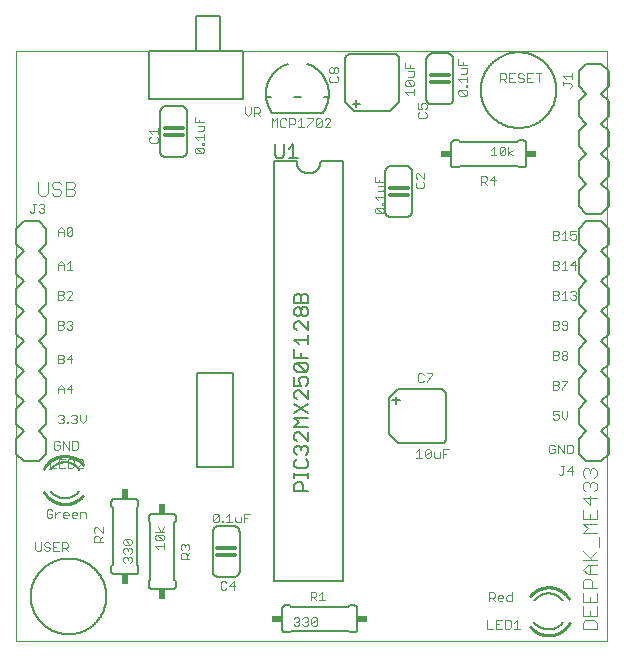
<source format=gto>
G75*
%MOIN*%
%OFA0B0*%
%FSLAX25Y25*%
%IPPOS*%
%LPD*%
%AMOC8*
5,1,8,0,0,1.08239X$1,22.5*
%
%ADD10C,0.00000*%
%ADD11C,0.00300*%
%ADD12C,0.00400*%
%ADD13C,0.00600*%
%ADD14C,0.01200*%
%ADD15C,0.00800*%
%ADD16C,0.01000*%
%ADD17R,0.03400X0.02400*%
%ADD18R,0.02400X0.03400*%
%ADD19C,0.00500*%
D10*
X0001800Y0003050D02*
X0001800Y0199900D01*
X0198650Y0199900D01*
X0198650Y0003050D01*
X0001800Y0003050D01*
D11*
X0008684Y0033200D02*
X0009651Y0033200D01*
X0010135Y0033684D01*
X0010135Y0036102D01*
X0011147Y0035619D02*
X0011147Y0035135D01*
X0011630Y0034651D01*
X0012598Y0034651D01*
X0013081Y0034167D01*
X0013081Y0033684D01*
X0012598Y0033200D01*
X0011630Y0033200D01*
X0011147Y0033684D01*
X0011147Y0035619D02*
X0011630Y0036102D01*
X0012598Y0036102D01*
X0013081Y0035619D01*
X0014093Y0036102D02*
X0014093Y0033200D01*
X0016028Y0033200D01*
X0017040Y0033200D02*
X0017040Y0036102D01*
X0018491Y0036102D01*
X0018975Y0035619D01*
X0018975Y0034651D01*
X0018491Y0034167D01*
X0017040Y0034167D01*
X0018007Y0034167D02*
X0018975Y0033200D01*
X0016028Y0036102D02*
X0014093Y0036102D01*
X0014093Y0034651D02*
X0015061Y0034651D01*
X0008684Y0033200D02*
X0008200Y0033684D01*
X0008200Y0036102D01*
X0012434Y0044200D02*
X0013401Y0044200D01*
X0013885Y0044684D01*
X0013885Y0045651D01*
X0012917Y0045651D01*
X0011950Y0044684D02*
X0012434Y0044200D01*
X0011950Y0044684D02*
X0011950Y0046619D01*
X0012434Y0047102D01*
X0013401Y0047102D01*
X0013885Y0046619D01*
X0014897Y0046135D02*
X0014897Y0044200D01*
X0014897Y0045167D02*
X0015864Y0046135D01*
X0016348Y0046135D01*
X0017352Y0045651D02*
X0017836Y0046135D01*
X0018803Y0046135D01*
X0019287Y0045651D01*
X0019287Y0045167D01*
X0017352Y0045167D01*
X0017352Y0044684D02*
X0017352Y0045651D01*
X0017352Y0044684D02*
X0017836Y0044200D01*
X0018803Y0044200D01*
X0020298Y0044684D02*
X0020298Y0045651D01*
X0020782Y0046135D01*
X0021750Y0046135D01*
X0022233Y0045651D01*
X0022233Y0045167D01*
X0020298Y0045167D01*
X0020298Y0044684D02*
X0020782Y0044200D01*
X0021750Y0044200D01*
X0023245Y0044200D02*
X0023245Y0046135D01*
X0024696Y0046135D01*
X0025180Y0045651D01*
X0025180Y0044200D01*
X0028231Y0041081D02*
X0027748Y0040598D01*
X0027748Y0039630D01*
X0028231Y0039147D01*
X0028231Y0038135D02*
X0027748Y0037651D01*
X0027748Y0036200D01*
X0030650Y0036200D01*
X0029683Y0036200D02*
X0029683Y0037651D01*
X0029199Y0038135D01*
X0028231Y0038135D01*
X0029683Y0037167D02*
X0030650Y0038135D01*
X0030650Y0039147D02*
X0028715Y0041081D01*
X0028231Y0041081D01*
X0030650Y0041081D02*
X0030650Y0039147D01*
X0037498Y0036644D02*
X0037498Y0035677D01*
X0037981Y0035193D01*
X0039916Y0035193D01*
X0037981Y0037128D01*
X0039916Y0037128D01*
X0040400Y0036644D01*
X0040400Y0035677D01*
X0039916Y0035193D01*
X0039916Y0034181D02*
X0040400Y0033698D01*
X0040400Y0032730D01*
X0039916Y0032247D01*
X0039916Y0031235D02*
X0040400Y0030751D01*
X0040400Y0029784D01*
X0039916Y0029300D01*
X0038949Y0030267D02*
X0038949Y0030751D01*
X0039433Y0031235D01*
X0039916Y0031235D01*
X0038949Y0030751D02*
X0038465Y0031235D01*
X0037981Y0031235D01*
X0037498Y0030751D01*
X0037498Y0029784D01*
X0037981Y0029300D01*
X0037981Y0032247D02*
X0037498Y0032730D01*
X0037498Y0033698D01*
X0037981Y0034181D01*
X0038465Y0034181D01*
X0038949Y0033698D01*
X0039433Y0034181D01*
X0039916Y0034181D01*
X0038949Y0033698D02*
X0038949Y0033214D01*
X0037498Y0036644D02*
X0037981Y0037128D01*
X0048198Y0037182D02*
X0048198Y0038149D01*
X0048681Y0038633D01*
X0050616Y0036698D01*
X0051100Y0037182D01*
X0051100Y0038149D01*
X0050616Y0038633D01*
X0048681Y0038633D01*
X0048198Y0039645D02*
X0051100Y0039645D01*
X0050133Y0039645D02*
X0049165Y0041096D01*
X0050133Y0039645D02*
X0051100Y0041096D01*
X0050616Y0036698D02*
X0048681Y0036698D01*
X0048198Y0037182D01*
X0048198Y0034719D02*
X0051100Y0034719D01*
X0051100Y0033752D02*
X0051100Y0035687D01*
X0049165Y0033752D02*
X0048198Y0034719D01*
X0056698Y0034955D02*
X0056698Y0033987D01*
X0057181Y0033503D01*
X0057181Y0032492D02*
X0058149Y0032492D01*
X0058633Y0032008D01*
X0058633Y0030557D01*
X0059600Y0030557D02*
X0056698Y0030557D01*
X0056698Y0032008D01*
X0057181Y0032492D01*
X0058633Y0031524D02*
X0059600Y0032492D01*
X0059116Y0033503D02*
X0059600Y0033987D01*
X0059600Y0034955D01*
X0059116Y0035438D01*
X0058633Y0035438D01*
X0058149Y0034955D01*
X0058149Y0034471D01*
X0058149Y0034955D02*
X0057665Y0035438D01*
X0057181Y0035438D01*
X0056698Y0034955D01*
X0067450Y0043184D02*
X0067450Y0045119D01*
X0067934Y0045602D01*
X0068901Y0045602D01*
X0069385Y0045119D01*
X0067450Y0043184D01*
X0067934Y0042700D01*
X0068901Y0042700D01*
X0069385Y0043184D01*
X0069385Y0045119D01*
X0070397Y0043184D02*
X0070880Y0043184D01*
X0070880Y0042700D01*
X0070397Y0042700D01*
X0070397Y0043184D01*
X0071870Y0042700D02*
X0073805Y0042700D01*
X0072837Y0042700D02*
X0072837Y0045602D01*
X0071870Y0044635D01*
X0074816Y0044635D02*
X0074816Y0043184D01*
X0075300Y0042700D01*
X0076751Y0042700D01*
X0076751Y0044635D01*
X0077763Y0044151D02*
X0078730Y0044151D01*
X0077763Y0042700D02*
X0077763Y0045602D01*
X0079698Y0045602D01*
X0074348Y0023102D02*
X0072897Y0021651D01*
X0074831Y0021651D01*
X0074348Y0020200D02*
X0074348Y0023102D01*
X0071885Y0022619D02*
X0071401Y0023102D01*
X0070434Y0023102D01*
X0069950Y0022619D01*
X0069950Y0020684D01*
X0070434Y0020200D01*
X0071401Y0020200D01*
X0071885Y0020684D01*
X0094300Y0010619D02*
X0094784Y0011102D01*
X0095751Y0011102D01*
X0096235Y0010619D01*
X0096235Y0010135D01*
X0095751Y0009651D01*
X0096235Y0009167D01*
X0096235Y0008684D01*
X0095751Y0008200D01*
X0094784Y0008200D01*
X0094300Y0008684D01*
X0095267Y0009651D02*
X0095751Y0009651D01*
X0097247Y0008684D02*
X0097730Y0008200D01*
X0098698Y0008200D01*
X0099181Y0008684D01*
X0099181Y0009167D01*
X0098698Y0009651D01*
X0098214Y0009651D01*
X0098698Y0009651D02*
X0099181Y0010135D01*
X0099181Y0010619D01*
X0098698Y0011102D01*
X0097730Y0011102D01*
X0097247Y0010619D01*
X0100193Y0010619D02*
X0100677Y0011102D01*
X0101644Y0011102D01*
X0102128Y0010619D01*
X0100193Y0008684D01*
X0100677Y0008200D01*
X0101644Y0008200D01*
X0102128Y0008684D01*
X0102128Y0010619D01*
X0100193Y0010619D02*
X0100193Y0008684D01*
X0099950Y0016700D02*
X0099950Y0019602D01*
X0101401Y0019602D01*
X0101885Y0019119D01*
X0101885Y0018151D01*
X0101401Y0017667D01*
X0099950Y0017667D01*
X0100917Y0017667D02*
X0101885Y0016700D01*
X0102897Y0016700D02*
X0104831Y0016700D01*
X0103864Y0016700D02*
X0103864Y0019602D01*
X0102897Y0018635D01*
X0135200Y0064200D02*
X0137135Y0064200D01*
X0136167Y0064200D02*
X0136167Y0067102D01*
X0135200Y0066135D01*
X0138147Y0066619D02*
X0138147Y0064684D01*
X0140081Y0066619D01*
X0140081Y0064684D01*
X0139598Y0064200D01*
X0138630Y0064200D01*
X0138147Y0064684D01*
X0138147Y0066619D02*
X0138630Y0067102D01*
X0139598Y0067102D01*
X0140081Y0066619D01*
X0141093Y0066135D02*
X0141093Y0064684D01*
X0141577Y0064200D01*
X0143028Y0064200D01*
X0143028Y0066135D01*
X0144040Y0065651D02*
X0145007Y0065651D01*
X0144040Y0064200D02*
X0144040Y0067102D01*
X0145975Y0067102D01*
X0138647Y0089450D02*
X0138647Y0089934D01*
X0140581Y0091869D01*
X0140581Y0092352D01*
X0138647Y0092352D01*
X0137635Y0091869D02*
X0137151Y0092352D01*
X0136184Y0092352D01*
X0135700Y0091869D01*
X0135700Y0089934D01*
X0136184Y0089450D01*
X0137151Y0089450D01*
X0137635Y0089934D01*
X0180700Y0089852D02*
X0180700Y0086950D01*
X0182151Y0086950D01*
X0182635Y0087434D01*
X0182635Y0087917D01*
X0182151Y0088401D01*
X0180700Y0088401D01*
X0182151Y0088401D02*
X0182635Y0088885D01*
X0182635Y0089369D01*
X0182151Y0089852D01*
X0180700Y0089852D01*
X0183647Y0089852D02*
X0185581Y0089852D01*
X0185581Y0089369D01*
X0183647Y0087434D01*
X0183647Y0086950D01*
X0183647Y0079852D02*
X0183647Y0077917D01*
X0184614Y0076950D01*
X0185581Y0077917D01*
X0185581Y0079852D01*
X0182635Y0079852D02*
X0180700Y0079852D01*
X0180700Y0078401D01*
X0181667Y0078885D01*
X0182151Y0078885D01*
X0182635Y0078401D01*
X0182635Y0077434D01*
X0182151Y0076950D01*
X0181184Y0076950D01*
X0180700Y0077434D01*
X0180901Y0068602D02*
X0179934Y0068602D01*
X0179450Y0068119D01*
X0179450Y0066184D01*
X0179934Y0065700D01*
X0180901Y0065700D01*
X0181385Y0066184D01*
X0181385Y0067151D01*
X0180417Y0067151D01*
X0181385Y0068119D02*
X0180901Y0068602D01*
X0182397Y0068602D02*
X0184331Y0065700D01*
X0184331Y0068602D01*
X0185343Y0068602D02*
X0186794Y0068602D01*
X0187278Y0068119D01*
X0187278Y0066184D01*
X0186794Y0065700D01*
X0185343Y0065700D01*
X0185343Y0068602D01*
X0182397Y0068602D02*
X0182397Y0065700D01*
X0183574Y0061352D02*
X0184542Y0061352D01*
X0184058Y0061352D02*
X0184058Y0058934D01*
X0183574Y0058450D01*
X0183091Y0058450D01*
X0182607Y0058934D01*
X0185553Y0059901D02*
X0187488Y0059901D01*
X0187005Y0058450D02*
X0187005Y0061352D01*
X0185553Y0059901D01*
X0185098Y0096950D02*
X0184130Y0096950D01*
X0183647Y0097434D01*
X0183647Y0097917D01*
X0184130Y0098401D01*
X0185098Y0098401D01*
X0185581Y0097917D01*
X0185581Y0097434D01*
X0185098Y0096950D01*
X0185098Y0098401D02*
X0185581Y0098885D01*
X0185581Y0099369D01*
X0185098Y0099852D01*
X0184130Y0099852D01*
X0183647Y0099369D01*
X0183647Y0098885D01*
X0184130Y0098401D01*
X0182635Y0097917D02*
X0182635Y0097434D01*
X0182151Y0096950D01*
X0180700Y0096950D01*
X0180700Y0099852D01*
X0182151Y0099852D01*
X0182635Y0099369D01*
X0182635Y0098885D01*
X0182151Y0098401D01*
X0180700Y0098401D01*
X0182151Y0098401D02*
X0182635Y0097917D01*
X0182151Y0106950D02*
X0180700Y0106950D01*
X0180700Y0109852D01*
X0182151Y0109852D01*
X0182635Y0109369D01*
X0182635Y0108885D01*
X0182151Y0108401D01*
X0180700Y0108401D01*
X0182151Y0108401D02*
X0182635Y0107917D01*
X0182635Y0107434D01*
X0182151Y0106950D01*
X0183647Y0107434D02*
X0184130Y0106950D01*
X0185098Y0106950D01*
X0185581Y0107434D01*
X0185581Y0109369D01*
X0185098Y0109852D01*
X0184130Y0109852D01*
X0183647Y0109369D01*
X0183647Y0108885D01*
X0184130Y0108401D01*
X0185581Y0108401D01*
X0185581Y0116950D02*
X0183647Y0116950D01*
X0184614Y0116950D02*
X0184614Y0119852D01*
X0183647Y0118885D01*
X0182635Y0118885D02*
X0182635Y0119369D01*
X0182151Y0119852D01*
X0180700Y0119852D01*
X0180700Y0116950D01*
X0182151Y0116950D01*
X0182635Y0117434D01*
X0182635Y0117917D01*
X0182151Y0118401D01*
X0180700Y0118401D01*
X0182151Y0118401D02*
X0182635Y0118885D01*
X0186593Y0119369D02*
X0187077Y0119852D01*
X0188044Y0119852D01*
X0188528Y0119369D01*
X0188528Y0118885D01*
X0188044Y0118401D01*
X0188528Y0117917D01*
X0188528Y0117434D01*
X0188044Y0116950D01*
X0187077Y0116950D01*
X0186593Y0117434D01*
X0187561Y0118401D02*
X0188044Y0118401D01*
X0188044Y0126950D02*
X0188044Y0129852D01*
X0186593Y0128401D01*
X0188528Y0128401D01*
X0185581Y0126950D02*
X0183647Y0126950D01*
X0184614Y0126950D02*
X0184614Y0129852D01*
X0183647Y0128885D01*
X0182635Y0128885D02*
X0182151Y0128401D01*
X0180700Y0128401D01*
X0180700Y0126950D02*
X0182151Y0126950D01*
X0182635Y0127434D01*
X0182635Y0127917D01*
X0182151Y0128401D01*
X0182635Y0128885D02*
X0182635Y0129369D01*
X0182151Y0129852D01*
X0180700Y0129852D01*
X0180700Y0126950D01*
X0180700Y0136950D02*
X0182151Y0136950D01*
X0182635Y0137434D01*
X0182635Y0137917D01*
X0182151Y0138401D01*
X0180700Y0138401D01*
X0180700Y0136950D02*
X0180700Y0139852D01*
X0182151Y0139852D01*
X0182635Y0139369D01*
X0182635Y0138885D01*
X0182151Y0138401D01*
X0183647Y0138885D02*
X0184614Y0139852D01*
X0184614Y0136950D01*
X0183647Y0136950D02*
X0185581Y0136950D01*
X0186593Y0137434D02*
X0187077Y0136950D01*
X0188044Y0136950D01*
X0188528Y0137434D01*
X0188528Y0138401D01*
X0188044Y0138885D01*
X0187561Y0138885D01*
X0186593Y0138401D01*
X0186593Y0139852D01*
X0188528Y0139852D01*
X0167346Y0165000D02*
X0165895Y0165967D01*
X0167346Y0166935D01*
X0165895Y0167902D02*
X0165895Y0165000D01*
X0164883Y0165484D02*
X0164883Y0167419D01*
X0162948Y0165484D01*
X0163432Y0165000D01*
X0164399Y0165000D01*
X0164883Y0165484D01*
X0164883Y0167419D02*
X0164399Y0167902D01*
X0163432Y0167902D01*
X0162948Y0167419D01*
X0162948Y0165484D01*
X0161937Y0165000D02*
X0160002Y0165000D01*
X0160969Y0165000D02*
X0160969Y0167902D01*
X0160002Y0166935D01*
X0161205Y0158152D02*
X0159753Y0156701D01*
X0161688Y0156701D01*
X0161205Y0155250D02*
X0161205Y0158152D01*
X0158742Y0157669D02*
X0158742Y0156701D01*
X0158258Y0156217D01*
X0156807Y0156217D01*
X0156807Y0155250D02*
X0156807Y0158152D01*
X0158258Y0158152D01*
X0158742Y0157669D01*
X0157774Y0156217D02*
X0158742Y0155250D01*
X0137850Y0154791D02*
X0137850Y0155758D01*
X0137366Y0156242D01*
X0137850Y0157253D02*
X0135915Y0159188D01*
X0135431Y0159188D01*
X0134948Y0158705D01*
X0134948Y0157737D01*
X0135431Y0157253D01*
X0135431Y0156242D02*
X0134948Y0155758D01*
X0134948Y0154791D01*
X0135431Y0154307D01*
X0137366Y0154307D01*
X0137850Y0154791D01*
X0137850Y0157253D02*
X0137850Y0159188D01*
X0124350Y0156003D02*
X0121448Y0156003D01*
X0121448Y0157938D01*
X0122899Y0156971D02*
X0122899Y0156003D01*
X0122415Y0154992D02*
X0124350Y0154992D01*
X0124350Y0153541D01*
X0123866Y0153057D01*
X0122415Y0153057D01*
X0124350Y0152045D02*
X0124350Y0150110D01*
X0124350Y0151078D02*
X0121448Y0151078D01*
X0122415Y0150110D01*
X0123866Y0149121D02*
X0123866Y0148637D01*
X0124350Y0148637D01*
X0124350Y0149121D01*
X0123866Y0149121D01*
X0123866Y0147626D02*
X0121931Y0147626D01*
X0123866Y0145691D01*
X0124350Y0146174D01*
X0124350Y0147142D01*
X0123866Y0147626D01*
X0121931Y0147626D02*
X0121448Y0147142D01*
X0121448Y0146174D01*
X0121931Y0145691D01*
X0123866Y0145691D01*
X0106564Y0174450D02*
X0104629Y0174450D01*
X0106564Y0176385D01*
X0106564Y0176869D01*
X0106080Y0177352D01*
X0105113Y0177352D01*
X0104629Y0176869D01*
X0103618Y0176869D02*
X0103618Y0174934D01*
X0103134Y0174450D01*
X0102166Y0174450D01*
X0101683Y0174934D01*
X0103618Y0176869D01*
X0103134Y0177352D01*
X0102166Y0177352D01*
X0101683Y0176869D01*
X0101683Y0174934D01*
X0100671Y0176869D02*
X0098736Y0174934D01*
X0098736Y0174450D01*
X0097725Y0174450D02*
X0095790Y0174450D01*
X0096757Y0174450D02*
X0096757Y0177352D01*
X0095790Y0176385D01*
X0094778Y0176869D02*
X0094778Y0175901D01*
X0094294Y0175417D01*
X0092843Y0175417D01*
X0092843Y0174450D02*
X0092843Y0177352D01*
X0094294Y0177352D01*
X0094778Y0176869D01*
X0091831Y0176869D02*
X0091348Y0177352D01*
X0090380Y0177352D01*
X0089897Y0176869D01*
X0089897Y0174934D01*
X0090380Y0174450D01*
X0091348Y0174450D01*
X0091831Y0174934D01*
X0088885Y0174450D02*
X0088885Y0177352D01*
X0087917Y0176385D01*
X0086950Y0177352D01*
X0086950Y0174450D01*
X0083081Y0178200D02*
X0082114Y0179167D01*
X0082598Y0179167D02*
X0081147Y0179167D01*
X0081147Y0178200D02*
X0081147Y0181102D01*
X0082598Y0181102D01*
X0083081Y0180619D01*
X0083081Y0179651D01*
X0082598Y0179167D01*
X0080135Y0179167D02*
X0079167Y0178200D01*
X0078200Y0179167D01*
X0078200Y0181102D01*
X0080135Y0181102D02*
X0080135Y0179167D01*
X0064350Y0176003D02*
X0061448Y0176003D01*
X0061448Y0177938D01*
X0062899Y0176971D02*
X0062899Y0176003D01*
X0062415Y0174992D02*
X0064350Y0174992D01*
X0064350Y0173541D01*
X0063866Y0173057D01*
X0062415Y0173057D01*
X0064350Y0172045D02*
X0064350Y0170110D01*
X0064350Y0171078D02*
X0061448Y0171078D01*
X0062415Y0170110D01*
X0063866Y0169121D02*
X0064350Y0169121D01*
X0064350Y0168637D01*
X0063866Y0168637D01*
X0063866Y0169121D01*
X0063866Y0167626D02*
X0061931Y0167626D01*
X0063866Y0165691D01*
X0064350Y0166174D01*
X0064350Y0167142D01*
X0063866Y0167626D01*
X0061931Y0167626D02*
X0061448Y0167142D01*
X0061448Y0166174D01*
X0061931Y0165691D01*
X0063866Y0165691D01*
X0049100Y0169791D02*
X0049100Y0170758D01*
X0048616Y0171242D01*
X0049100Y0172253D02*
X0049100Y0174188D01*
X0049100Y0173221D02*
X0046198Y0173221D01*
X0047165Y0172253D01*
X0046681Y0171242D02*
X0046198Y0170758D01*
X0046198Y0169791D01*
X0046681Y0169307D01*
X0048616Y0169307D01*
X0049100Y0169791D01*
X0020098Y0141102D02*
X0020581Y0140619D01*
X0018647Y0138684D01*
X0019130Y0138200D01*
X0020098Y0138200D01*
X0020581Y0138684D01*
X0020581Y0140619D01*
X0020098Y0141102D02*
X0019130Y0141102D01*
X0018647Y0140619D01*
X0018647Y0138684D01*
X0017635Y0138200D02*
X0017635Y0140135D01*
X0016667Y0141102D01*
X0015700Y0140135D01*
X0015700Y0138200D01*
X0015700Y0139651D02*
X0017635Y0139651D01*
X0011238Y0146434D02*
X0010755Y0145950D01*
X0009787Y0145950D01*
X0009303Y0146434D01*
X0010271Y0147401D02*
X0010755Y0147401D01*
X0011238Y0146917D01*
X0011238Y0146434D01*
X0010755Y0147401D02*
X0011238Y0147885D01*
X0011238Y0148369D01*
X0010755Y0148852D01*
X0009787Y0148852D01*
X0009303Y0148369D01*
X0008292Y0148852D02*
X0007324Y0148852D01*
X0007808Y0148852D02*
X0007808Y0146434D01*
X0007324Y0145950D01*
X0006841Y0145950D01*
X0006357Y0146434D01*
X0016667Y0129852D02*
X0017635Y0128885D01*
X0017635Y0126950D01*
X0018647Y0126950D02*
X0020581Y0126950D01*
X0019614Y0126950D02*
X0019614Y0129852D01*
X0018647Y0128885D01*
X0017635Y0128401D02*
X0015700Y0128401D01*
X0015700Y0128885D02*
X0016667Y0129852D01*
X0015700Y0128885D02*
X0015700Y0126950D01*
X0015700Y0119852D02*
X0017151Y0119852D01*
X0017635Y0119369D01*
X0017635Y0118885D01*
X0017151Y0118401D01*
X0015700Y0118401D01*
X0015700Y0116950D02*
X0017151Y0116950D01*
X0017635Y0117434D01*
X0017635Y0117917D01*
X0017151Y0118401D01*
X0018647Y0119369D02*
X0019130Y0119852D01*
X0020098Y0119852D01*
X0020581Y0119369D01*
X0020581Y0118885D01*
X0018647Y0116950D01*
X0020581Y0116950D01*
X0015700Y0116950D02*
X0015700Y0119852D01*
X0015700Y0109852D02*
X0017151Y0109852D01*
X0017635Y0109369D01*
X0017635Y0108885D01*
X0017151Y0108401D01*
X0015700Y0108401D01*
X0015700Y0106950D02*
X0017151Y0106950D01*
X0017635Y0107434D01*
X0017635Y0107917D01*
X0017151Y0108401D01*
X0018647Y0107434D02*
X0019130Y0106950D01*
X0020098Y0106950D01*
X0020581Y0107434D01*
X0020581Y0107917D01*
X0020098Y0108401D01*
X0019614Y0108401D01*
X0020098Y0108401D02*
X0020581Y0108885D01*
X0020581Y0109369D01*
X0020098Y0109852D01*
X0019130Y0109852D01*
X0018647Y0109369D01*
X0015700Y0109852D02*
X0015700Y0106950D01*
X0015700Y0098602D02*
X0017151Y0098602D01*
X0017635Y0098119D01*
X0017635Y0097635D01*
X0017151Y0097151D01*
X0015700Y0097151D01*
X0015700Y0095700D02*
X0017151Y0095700D01*
X0017635Y0096184D01*
X0017635Y0096667D01*
X0017151Y0097151D01*
X0018647Y0097151D02*
X0020098Y0098602D01*
X0020098Y0095700D01*
X0020581Y0097151D02*
X0018647Y0097151D01*
X0015700Y0095700D02*
X0015700Y0098602D01*
X0016667Y0088602D02*
X0015700Y0087635D01*
X0015700Y0085700D01*
X0015700Y0087151D02*
X0017635Y0087151D01*
X0017635Y0087635D02*
X0017635Y0085700D01*
X0018647Y0087151D02*
X0020098Y0088602D01*
X0020098Y0085700D01*
X0020581Y0087151D02*
X0018647Y0087151D01*
X0017635Y0087635D02*
X0016667Y0088602D01*
X0016184Y0078602D02*
X0015700Y0078119D01*
X0016184Y0078602D02*
X0017151Y0078602D01*
X0017635Y0078119D01*
X0017635Y0077635D01*
X0017151Y0077151D01*
X0017635Y0076667D01*
X0017635Y0076184D01*
X0017151Y0075700D01*
X0016184Y0075700D01*
X0015700Y0076184D01*
X0016667Y0077151D02*
X0017151Y0077151D01*
X0018647Y0076184D02*
X0019130Y0076184D01*
X0019130Y0075700D01*
X0018647Y0075700D01*
X0018647Y0076184D01*
X0020120Y0076184D02*
X0020604Y0075700D01*
X0021571Y0075700D01*
X0022055Y0076184D01*
X0022055Y0076667D01*
X0021571Y0077151D01*
X0021087Y0077151D01*
X0021571Y0077151D02*
X0022055Y0077635D01*
X0022055Y0078119D01*
X0021571Y0078602D01*
X0020604Y0078602D01*
X0020120Y0078119D01*
X0023066Y0078602D02*
X0023066Y0076667D01*
X0024034Y0075700D01*
X0025001Y0076667D01*
X0025001Y0078602D01*
X0021794Y0069852D02*
X0020343Y0069852D01*
X0020343Y0066950D01*
X0021794Y0066950D01*
X0022278Y0067434D01*
X0022278Y0069369D01*
X0021794Y0069852D01*
X0019331Y0069852D02*
X0019331Y0066950D01*
X0017397Y0069852D01*
X0017397Y0066950D01*
X0016385Y0067434D02*
X0016385Y0068401D01*
X0015417Y0068401D01*
X0014450Y0067434D02*
X0014450Y0069369D01*
X0014934Y0069852D01*
X0015901Y0069852D01*
X0016385Y0069369D01*
X0016385Y0067434D02*
X0015901Y0066950D01*
X0014934Y0066950D01*
X0014450Y0067434D01*
X0013200Y0063852D02*
X0013200Y0060950D01*
X0015135Y0060950D01*
X0016147Y0060950D02*
X0018081Y0060950D01*
X0019093Y0060950D02*
X0020544Y0060950D01*
X0021028Y0061434D01*
X0021028Y0063369D01*
X0020544Y0063852D01*
X0019093Y0063852D01*
X0019093Y0060950D01*
X0017114Y0062401D02*
X0016147Y0062401D01*
X0016147Y0063852D02*
X0016147Y0060950D01*
X0016147Y0063852D02*
X0018081Y0063852D01*
X0022040Y0063369D02*
X0022523Y0063852D01*
X0023491Y0063852D01*
X0023975Y0063369D01*
X0023975Y0062885D01*
X0022040Y0060950D01*
X0023975Y0060950D01*
X0098736Y0177352D02*
X0100671Y0177352D01*
X0100671Y0176869D01*
X0106731Y0189450D02*
X0106248Y0189934D01*
X0106248Y0190901D01*
X0106731Y0191385D01*
X0106731Y0192397D02*
X0106248Y0192880D01*
X0106248Y0193848D01*
X0106731Y0194331D01*
X0107215Y0194331D01*
X0107699Y0193848D01*
X0107699Y0192880D01*
X0107215Y0192397D01*
X0106731Y0192397D01*
X0107699Y0192880D02*
X0108183Y0192397D01*
X0108666Y0192397D01*
X0109150Y0192880D01*
X0109150Y0193848D01*
X0108666Y0194331D01*
X0108183Y0194331D01*
X0107699Y0193848D01*
X0108666Y0191385D02*
X0109150Y0190901D01*
X0109150Y0189934D01*
X0108666Y0189450D01*
X0106731Y0189450D01*
X0131498Y0189598D02*
X0131498Y0188630D01*
X0131981Y0188147D01*
X0133916Y0188147D01*
X0131981Y0190081D01*
X0133916Y0190081D01*
X0134400Y0189598D01*
X0134400Y0188630D01*
X0133916Y0188147D01*
X0134400Y0187135D02*
X0134400Y0185200D01*
X0134400Y0186167D02*
X0131498Y0186167D01*
X0132465Y0185200D01*
X0135748Y0182331D02*
X0135748Y0180397D01*
X0137199Y0180397D01*
X0136715Y0181364D01*
X0136715Y0181848D01*
X0137199Y0182331D01*
X0138166Y0182331D01*
X0138650Y0181848D01*
X0138650Y0180880D01*
X0138166Y0180397D01*
X0138166Y0179385D02*
X0138650Y0178901D01*
X0138650Y0177934D01*
X0138166Y0177450D01*
X0136231Y0177450D01*
X0135748Y0177934D01*
X0135748Y0178901D01*
X0136231Y0179385D01*
X0131498Y0189598D02*
X0131981Y0190081D01*
X0132465Y0191093D02*
X0133916Y0191093D01*
X0134400Y0191577D01*
X0134400Y0193028D01*
X0132465Y0193028D01*
X0132949Y0194040D02*
X0132949Y0195007D01*
X0134400Y0194040D02*
X0131498Y0194040D01*
X0131498Y0195975D01*
X0149248Y0195263D02*
X0149248Y0197198D01*
X0150699Y0196230D02*
X0150699Y0195263D01*
X0150215Y0194251D02*
X0152150Y0194251D01*
X0152150Y0192800D01*
X0151666Y0192316D01*
X0150215Y0192316D01*
X0152150Y0191305D02*
X0152150Y0189370D01*
X0152150Y0190337D02*
X0149248Y0190337D01*
X0150215Y0189370D01*
X0151666Y0188380D02*
X0152150Y0188380D01*
X0152150Y0187897D01*
X0151666Y0187897D01*
X0151666Y0188380D01*
X0151666Y0186885D02*
X0149731Y0186885D01*
X0151666Y0184950D01*
X0152150Y0185434D01*
X0152150Y0186401D01*
X0151666Y0186885D01*
X0149731Y0186885D02*
X0149248Y0186401D01*
X0149248Y0185434D01*
X0149731Y0184950D01*
X0151666Y0184950D01*
X0152150Y0195263D02*
X0149248Y0195263D01*
X0163200Y0192352D02*
X0163200Y0189450D01*
X0163200Y0190417D02*
X0164651Y0190417D01*
X0165135Y0190901D01*
X0165135Y0191869D01*
X0164651Y0192352D01*
X0163200Y0192352D01*
X0164167Y0190417D02*
X0165135Y0189450D01*
X0166147Y0189450D02*
X0168081Y0189450D01*
X0169093Y0189934D02*
X0169577Y0189450D01*
X0170544Y0189450D01*
X0171028Y0189934D01*
X0171028Y0190417D01*
X0170544Y0190901D01*
X0169577Y0190901D01*
X0169093Y0191385D01*
X0169093Y0191869D01*
X0169577Y0192352D01*
X0170544Y0192352D01*
X0171028Y0191869D01*
X0172040Y0192352D02*
X0172040Y0189450D01*
X0173975Y0189450D01*
X0173007Y0190901D02*
X0172040Y0190901D01*
X0172040Y0192352D02*
X0173975Y0192352D01*
X0174986Y0192352D02*
X0176921Y0192352D01*
X0175954Y0192352D02*
X0175954Y0189450D01*
X0184148Y0189542D02*
X0184148Y0188574D01*
X0184148Y0189058D02*
X0186566Y0189058D01*
X0187050Y0188574D01*
X0187050Y0188091D01*
X0186566Y0187607D01*
X0187050Y0190553D02*
X0187050Y0192488D01*
X0187050Y0191521D02*
X0184148Y0191521D01*
X0185115Y0190553D01*
X0168081Y0192352D02*
X0166147Y0192352D01*
X0166147Y0189450D01*
X0166147Y0190901D02*
X0167114Y0190901D01*
X0167188Y0019402D02*
X0167188Y0016500D01*
X0165737Y0016500D01*
X0165253Y0016984D01*
X0165253Y0017951D01*
X0165737Y0018435D01*
X0167188Y0018435D01*
X0164242Y0017951D02*
X0164242Y0017467D01*
X0162307Y0017467D01*
X0162307Y0016984D02*
X0162307Y0017951D01*
X0162791Y0018435D01*
X0163758Y0018435D01*
X0164242Y0017951D01*
X0163758Y0016500D02*
X0162791Y0016500D01*
X0162307Y0016984D01*
X0161295Y0016500D02*
X0160328Y0017467D01*
X0160812Y0017467D02*
X0159360Y0017467D01*
X0159360Y0016500D02*
X0159360Y0019402D01*
X0160812Y0019402D01*
X0161295Y0018919D01*
X0161295Y0017951D01*
X0160812Y0017467D01*
X0161860Y0010152D02*
X0161860Y0007250D01*
X0163795Y0007250D01*
X0164807Y0007250D02*
X0166258Y0007250D01*
X0166742Y0007734D01*
X0166742Y0009669D01*
X0166258Y0010152D01*
X0164807Y0010152D01*
X0164807Y0007250D01*
X0162828Y0008701D02*
X0161860Y0008701D01*
X0161860Y0010152D02*
X0163795Y0010152D01*
X0167753Y0009185D02*
X0168721Y0010152D01*
X0168721Y0007250D01*
X0169688Y0007250D02*
X0167753Y0007250D01*
X0160849Y0007250D02*
X0158914Y0007250D01*
X0158914Y0010152D01*
D12*
X0190746Y0009302D02*
X0190746Y0007000D01*
X0195350Y0007000D01*
X0195350Y0009302D01*
X0194583Y0010069D01*
X0191513Y0010069D01*
X0190746Y0009302D01*
X0190746Y0011604D02*
X0195350Y0011604D01*
X0195350Y0014673D01*
X0195350Y0016208D02*
X0195350Y0019277D01*
X0195350Y0020812D02*
X0190746Y0020812D01*
X0190746Y0023114D01*
X0191513Y0023881D01*
X0193048Y0023881D01*
X0193815Y0023114D01*
X0193815Y0020812D01*
X0193048Y0017742D02*
X0193048Y0016208D01*
X0190746Y0016208D02*
X0195350Y0016208D01*
X0193048Y0013139D02*
X0193048Y0011604D01*
X0190746Y0011604D02*
X0190746Y0014673D01*
X0190746Y0016208D02*
X0190746Y0019277D01*
X0192281Y0025416D02*
X0190746Y0026950D01*
X0192281Y0028485D01*
X0195350Y0028485D01*
X0195350Y0030020D02*
X0190746Y0030020D01*
X0193048Y0030787D02*
X0195350Y0033089D01*
X0196117Y0034624D02*
X0196117Y0037693D01*
X0195350Y0039227D02*
X0190746Y0039227D01*
X0192281Y0040762D01*
X0190746Y0042297D01*
X0195350Y0042297D01*
X0195350Y0043831D02*
X0195350Y0046901D01*
X0195350Y0050737D02*
X0190746Y0050737D01*
X0193048Y0048435D01*
X0193048Y0051505D01*
X0191513Y0053039D02*
X0190746Y0053807D01*
X0190746Y0055341D01*
X0191513Y0056109D01*
X0192281Y0056109D01*
X0193048Y0055341D01*
X0193815Y0056109D01*
X0194583Y0056109D01*
X0195350Y0055341D01*
X0195350Y0053807D01*
X0194583Y0053039D01*
X0193048Y0054574D02*
X0193048Y0055341D01*
X0191513Y0057643D02*
X0190746Y0058410D01*
X0190746Y0059945D01*
X0191513Y0060712D01*
X0192281Y0060712D01*
X0193048Y0059945D01*
X0193815Y0060712D01*
X0194583Y0060712D01*
X0195350Y0059945D01*
X0195350Y0058410D01*
X0194583Y0057643D01*
X0193048Y0059178D02*
X0193048Y0059945D01*
X0190746Y0046901D02*
X0190746Y0043831D01*
X0195350Y0043831D01*
X0193048Y0043831D02*
X0193048Y0045366D01*
X0190746Y0033089D02*
X0193815Y0030020D01*
X0193048Y0028485D02*
X0193048Y0025416D01*
X0192281Y0025416D02*
X0195350Y0025416D01*
X0021509Y0152423D02*
X0020741Y0151656D01*
X0018439Y0151656D01*
X0018439Y0156259D01*
X0020741Y0156259D01*
X0021509Y0155492D01*
X0021509Y0154725D01*
X0020741Y0153957D01*
X0018439Y0153957D01*
X0016905Y0153190D02*
X0016905Y0152423D01*
X0016137Y0151656D01*
X0014603Y0151656D01*
X0013835Y0152423D01*
X0012301Y0152423D02*
X0012301Y0156259D01*
X0013835Y0155492D02*
X0013835Y0154725D01*
X0014603Y0153957D01*
X0016137Y0153957D01*
X0016905Y0153190D01*
X0016905Y0155492D02*
X0016137Y0156259D01*
X0014603Y0156259D01*
X0013835Y0155492D01*
X0012301Y0152423D02*
X0011533Y0151656D01*
X0009999Y0151656D01*
X0009232Y0152423D01*
X0009232Y0156259D01*
X0020741Y0153957D02*
X0021509Y0153190D01*
X0021509Y0152423D01*
D13*
X0049800Y0166550D02*
X0049800Y0179550D01*
X0049802Y0179637D01*
X0049808Y0179724D01*
X0049817Y0179811D01*
X0049830Y0179897D01*
X0049847Y0179983D01*
X0049868Y0180068D01*
X0049893Y0180151D01*
X0049921Y0180234D01*
X0049952Y0180315D01*
X0049987Y0180395D01*
X0050026Y0180473D01*
X0050068Y0180550D01*
X0050113Y0180625D01*
X0050162Y0180697D01*
X0050213Y0180768D01*
X0050268Y0180836D01*
X0050325Y0180901D01*
X0050386Y0180964D01*
X0050449Y0181025D01*
X0050514Y0181082D01*
X0050582Y0181137D01*
X0050653Y0181188D01*
X0050725Y0181237D01*
X0050800Y0181282D01*
X0050877Y0181324D01*
X0050955Y0181363D01*
X0051035Y0181398D01*
X0051116Y0181429D01*
X0051199Y0181457D01*
X0051282Y0181482D01*
X0051367Y0181503D01*
X0051453Y0181520D01*
X0051539Y0181533D01*
X0051626Y0181542D01*
X0051713Y0181548D01*
X0051800Y0181550D01*
X0056800Y0181550D01*
X0056887Y0181548D01*
X0056974Y0181542D01*
X0057061Y0181533D01*
X0057147Y0181520D01*
X0057233Y0181503D01*
X0057318Y0181482D01*
X0057401Y0181457D01*
X0057484Y0181429D01*
X0057565Y0181398D01*
X0057645Y0181363D01*
X0057723Y0181324D01*
X0057800Y0181282D01*
X0057875Y0181237D01*
X0057947Y0181188D01*
X0058018Y0181137D01*
X0058086Y0181082D01*
X0058151Y0181025D01*
X0058214Y0180964D01*
X0058275Y0180901D01*
X0058332Y0180836D01*
X0058387Y0180768D01*
X0058438Y0180697D01*
X0058487Y0180625D01*
X0058532Y0180550D01*
X0058574Y0180473D01*
X0058613Y0180395D01*
X0058648Y0180315D01*
X0058679Y0180234D01*
X0058707Y0180151D01*
X0058732Y0180068D01*
X0058753Y0179983D01*
X0058770Y0179897D01*
X0058783Y0179811D01*
X0058792Y0179724D01*
X0058798Y0179637D01*
X0058800Y0179550D01*
X0058800Y0166550D01*
X0058798Y0166463D01*
X0058792Y0166376D01*
X0058783Y0166289D01*
X0058770Y0166203D01*
X0058753Y0166117D01*
X0058732Y0166032D01*
X0058707Y0165949D01*
X0058679Y0165866D01*
X0058648Y0165785D01*
X0058613Y0165705D01*
X0058574Y0165627D01*
X0058532Y0165550D01*
X0058487Y0165475D01*
X0058438Y0165403D01*
X0058387Y0165332D01*
X0058332Y0165264D01*
X0058275Y0165199D01*
X0058214Y0165136D01*
X0058151Y0165075D01*
X0058086Y0165018D01*
X0058018Y0164963D01*
X0057947Y0164912D01*
X0057875Y0164863D01*
X0057800Y0164818D01*
X0057723Y0164776D01*
X0057645Y0164737D01*
X0057565Y0164702D01*
X0057484Y0164671D01*
X0057401Y0164643D01*
X0057318Y0164618D01*
X0057233Y0164597D01*
X0057147Y0164580D01*
X0057061Y0164567D01*
X0056974Y0164558D01*
X0056887Y0164552D01*
X0056800Y0164550D01*
X0051800Y0164550D01*
X0051713Y0164552D01*
X0051626Y0164558D01*
X0051539Y0164567D01*
X0051453Y0164580D01*
X0051367Y0164597D01*
X0051282Y0164618D01*
X0051199Y0164643D01*
X0051116Y0164671D01*
X0051035Y0164702D01*
X0050955Y0164737D01*
X0050877Y0164776D01*
X0050800Y0164818D01*
X0050725Y0164863D01*
X0050653Y0164912D01*
X0050582Y0164963D01*
X0050514Y0165018D01*
X0050449Y0165075D01*
X0050386Y0165136D01*
X0050325Y0165199D01*
X0050268Y0165264D01*
X0050213Y0165332D01*
X0050162Y0165403D01*
X0050113Y0165475D01*
X0050068Y0165550D01*
X0050026Y0165627D01*
X0049987Y0165705D01*
X0049952Y0165785D01*
X0049921Y0165866D01*
X0049893Y0165949D01*
X0049868Y0166032D01*
X0049847Y0166117D01*
X0049830Y0166203D01*
X0049817Y0166289D01*
X0049808Y0166376D01*
X0049802Y0166463D01*
X0049800Y0166550D01*
X0087800Y0163050D02*
X0095300Y0163050D01*
X0095302Y0162924D01*
X0095308Y0162799D01*
X0095318Y0162674D01*
X0095332Y0162549D01*
X0095349Y0162424D01*
X0095371Y0162300D01*
X0095396Y0162177D01*
X0095426Y0162055D01*
X0095459Y0161934D01*
X0095496Y0161814D01*
X0095536Y0161695D01*
X0095581Y0161578D01*
X0095629Y0161461D01*
X0095681Y0161347D01*
X0095736Y0161234D01*
X0095795Y0161123D01*
X0095857Y0161014D01*
X0095923Y0160907D01*
X0095992Y0160802D01*
X0096064Y0160699D01*
X0096139Y0160598D01*
X0096218Y0160500D01*
X0096300Y0160405D01*
X0096384Y0160312D01*
X0096472Y0160222D01*
X0096562Y0160134D01*
X0096655Y0160050D01*
X0096750Y0159968D01*
X0096848Y0159889D01*
X0096949Y0159814D01*
X0097052Y0159742D01*
X0097157Y0159673D01*
X0097264Y0159607D01*
X0097373Y0159545D01*
X0097484Y0159486D01*
X0097597Y0159431D01*
X0097711Y0159379D01*
X0097828Y0159331D01*
X0097945Y0159286D01*
X0098064Y0159246D01*
X0098184Y0159209D01*
X0098305Y0159176D01*
X0098427Y0159146D01*
X0098550Y0159121D01*
X0098674Y0159099D01*
X0098799Y0159082D01*
X0098924Y0159068D01*
X0099049Y0159058D01*
X0099174Y0159052D01*
X0099300Y0159050D01*
X0099426Y0159052D01*
X0099551Y0159058D01*
X0099676Y0159068D01*
X0099801Y0159082D01*
X0099926Y0159099D01*
X0100050Y0159121D01*
X0100173Y0159146D01*
X0100295Y0159176D01*
X0100416Y0159209D01*
X0100536Y0159246D01*
X0100655Y0159286D01*
X0100772Y0159331D01*
X0100889Y0159379D01*
X0101003Y0159431D01*
X0101116Y0159486D01*
X0101227Y0159545D01*
X0101336Y0159607D01*
X0101443Y0159673D01*
X0101548Y0159742D01*
X0101651Y0159814D01*
X0101752Y0159889D01*
X0101850Y0159968D01*
X0101945Y0160050D01*
X0102038Y0160134D01*
X0102128Y0160222D01*
X0102216Y0160312D01*
X0102300Y0160405D01*
X0102382Y0160500D01*
X0102461Y0160598D01*
X0102536Y0160699D01*
X0102608Y0160802D01*
X0102677Y0160907D01*
X0102743Y0161014D01*
X0102805Y0161123D01*
X0102864Y0161234D01*
X0102919Y0161347D01*
X0102971Y0161461D01*
X0103019Y0161578D01*
X0103064Y0161695D01*
X0103104Y0161814D01*
X0103141Y0161934D01*
X0103174Y0162055D01*
X0103204Y0162177D01*
X0103229Y0162300D01*
X0103251Y0162424D01*
X0103268Y0162549D01*
X0103282Y0162674D01*
X0103292Y0162799D01*
X0103298Y0162924D01*
X0103300Y0163050D01*
X0110800Y0163050D01*
X0110800Y0023050D01*
X0087800Y0023050D01*
X0087800Y0163050D01*
X0111550Y0182800D02*
X0114550Y0179800D01*
X0126550Y0179800D01*
X0129550Y0182800D01*
X0129550Y0197300D01*
X0129548Y0197376D01*
X0129542Y0197452D01*
X0129533Y0197527D01*
X0129519Y0197602D01*
X0129502Y0197676D01*
X0129481Y0197749D01*
X0129457Y0197821D01*
X0129428Y0197892D01*
X0129397Y0197961D01*
X0129362Y0198028D01*
X0129323Y0198093D01*
X0129281Y0198157D01*
X0129236Y0198218D01*
X0129188Y0198277D01*
X0129137Y0198333D01*
X0129083Y0198387D01*
X0129027Y0198438D01*
X0128968Y0198486D01*
X0128907Y0198531D01*
X0128843Y0198573D01*
X0128778Y0198612D01*
X0128711Y0198647D01*
X0128642Y0198678D01*
X0128571Y0198707D01*
X0128499Y0198731D01*
X0128426Y0198752D01*
X0128352Y0198769D01*
X0128277Y0198783D01*
X0128202Y0198792D01*
X0128126Y0198798D01*
X0128050Y0198800D01*
X0113050Y0198800D01*
X0112974Y0198798D01*
X0112898Y0198792D01*
X0112823Y0198783D01*
X0112748Y0198769D01*
X0112674Y0198752D01*
X0112601Y0198731D01*
X0112529Y0198707D01*
X0112458Y0198678D01*
X0112389Y0198647D01*
X0112322Y0198612D01*
X0112257Y0198573D01*
X0112193Y0198531D01*
X0112132Y0198486D01*
X0112073Y0198438D01*
X0112017Y0198387D01*
X0111963Y0198333D01*
X0111912Y0198277D01*
X0111864Y0198218D01*
X0111819Y0198157D01*
X0111777Y0198093D01*
X0111738Y0198028D01*
X0111703Y0197961D01*
X0111672Y0197892D01*
X0111643Y0197821D01*
X0111619Y0197749D01*
X0111598Y0197676D01*
X0111581Y0197602D01*
X0111567Y0197527D01*
X0111558Y0197452D01*
X0111552Y0197376D01*
X0111550Y0197300D01*
X0111550Y0182800D01*
X0113950Y0182300D02*
X0116450Y0182300D01*
X0115150Y0183600D02*
X0115150Y0181000D01*
X0126800Y0161550D02*
X0131800Y0161550D01*
X0131887Y0161548D01*
X0131974Y0161542D01*
X0132061Y0161533D01*
X0132147Y0161520D01*
X0132233Y0161503D01*
X0132318Y0161482D01*
X0132401Y0161457D01*
X0132484Y0161429D01*
X0132565Y0161398D01*
X0132645Y0161363D01*
X0132723Y0161324D01*
X0132800Y0161282D01*
X0132875Y0161237D01*
X0132947Y0161188D01*
X0133018Y0161137D01*
X0133086Y0161082D01*
X0133151Y0161025D01*
X0133214Y0160964D01*
X0133275Y0160901D01*
X0133332Y0160836D01*
X0133387Y0160768D01*
X0133438Y0160697D01*
X0133487Y0160625D01*
X0133532Y0160550D01*
X0133574Y0160473D01*
X0133613Y0160395D01*
X0133648Y0160315D01*
X0133679Y0160234D01*
X0133707Y0160151D01*
X0133732Y0160068D01*
X0133753Y0159983D01*
X0133770Y0159897D01*
X0133783Y0159811D01*
X0133792Y0159724D01*
X0133798Y0159637D01*
X0133800Y0159550D01*
X0133800Y0146550D01*
X0133798Y0146463D01*
X0133792Y0146376D01*
X0133783Y0146289D01*
X0133770Y0146203D01*
X0133753Y0146117D01*
X0133732Y0146032D01*
X0133707Y0145949D01*
X0133679Y0145866D01*
X0133648Y0145785D01*
X0133613Y0145705D01*
X0133574Y0145627D01*
X0133532Y0145550D01*
X0133487Y0145475D01*
X0133438Y0145403D01*
X0133387Y0145332D01*
X0133332Y0145264D01*
X0133275Y0145199D01*
X0133214Y0145136D01*
X0133151Y0145075D01*
X0133086Y0145018D01*
X0133018Y0144963D01*
X0132947Y0144912D01*
X0132875Y0144863D01*
X0132800Y0144818D01*
X0132723Y0144776D01*
X0132645Y0144737D01*
X0132565Y0144702D01*
X0132484Y0144671D01*
X0132401Y0144643D01*
X0132318Y0144618D01*
X0132233Y0144597D01*
X0132147Y0144580D01*
X0132061Y0144567D01*
X0131974Y0144558D01*
X0131887Y0144552D01*
X0131800Y0144550D01*
X0126800Y0144550D01*
X0126713Y0144552D01*
X0126626Y0144558D01*
X0126539Y0144567D01*
X0126453Y0144580D01*
X0126367Y0144597D01*
X0126282Y0144618D01*
X0126199Y0144643D01*
X0126116Y0144671D01*
X0126035Y0144702D01*
X0125955Y0144737D01*
X0125877Y0144776D01*
X0125800Y0144818D01*
X0125725Y0144863D01*
X0125653Y0144912D01*
X0125582Y0144963D01*
X0125514Y0145018D01*
X0125449Y0145075D01*
X0125386Y0145136D01*
X0125325Y0145199D01*
X0125268Y0145264D01*
X0125213Y0145332D01*
X0125162Y0145403D01*
X0125113Y0145475D01*
X0125068Y0145550D01*
X0125026Y0145627D01*
X0124987Y0145705D01*
X0124952Y0145785D01*
X0124921Y0145866D01*
X0124893Y0145949D01*
X0124868Y0146032D01*
X0124847Y0146117D01*
X0124830Y0146203D01*
X0124817Y0146289D01*
X0124808Y0146376D01*
X0124802Y0146463D01*
X0124800Y0146550D01*
X0124800Y0159550D01*
X0124802Y0159637D01*
X0124808Y0159724D01*
X0124817Y0159811D01*
X0124830Y0159897D01*
X0124847Y0159983D01*
X0124868Y0160068D01*
X0124893Y0160151D01*
X0124921Y0160234D01*
X0124952Y0160315D01*
X0124987Y0160395D01*
X0125026Y0160473D01*
X0125068Y0160550D01*
X0125113Y0160625D01*
X0125162Y0160697D01*
X0125213Y0160768D01*
X0125268Y0160836D01*
X0125325Y0160901D01*
X0125386Y0160964D01*
X0125449Y0161025D01*
X0125514Y0161082D01*
X0125582Y0161137D01*
X0125653Y0161188D01*
X0125725Y0161237D01*
X0125800Y0161282D01*
X0125877Y0161324D01*
X0125955Y0161363D01*
X0126035Y0161398D01*
X0126116Y0161429D01*
X0126199Y0161457D01*
X0126282Y0161482D01*
X0126367Y0161503D01*
X0126453Y0161520D01*
X0126539Y0161533D01*
X0126626Y0161542D01*
X0126713Y0161548D01*
X0126800Y0161550D01*
X0146800Y0162050D02*
X0146800Y0169050D01*
X0146802Y0169110D01*
X0146807Y0169171D01*
X0146816Y0169230D01*
X0146829Y0169289D01*
X0146845Y0169348D01*
X0146865Y0169405D01*
X0146888Y0169460D01*
X0146915Y0169515D01*
X0146944Y0169567D01*
X0146977Y0169618D01*
X0147013Y0169667D01*
X0147051Y0169713D01*
X0147093Y0169757D01*
X0147137Y0169799D01*
X0147183Y0169837D01*
X0147232Y0169873D01*
X0147283Y0169906D01*
X0147335Y0169935D01*
X0147390Y0169962D01*
X0147445Y0169985D01*
X0147502Y0170005D01*
X0147561Y0170021D01*
X0147620Y0170034D01*
X0147679Y0170043D01*
X0147740Y0170048D01*
X0147800Y0170050D01*
X0149300Y0170050D01*
X0149800Y0169550D01*
X0168800Y0169550D01*
X0169300Y0170050D01*
X0170800Y0170050D01*
X0170860Y0170048D01*
X0170921Y0170043D01*
X0170980Y0170034D01*
X0171039Y0170021D01*
X0171098Y0170005D01*
X0171155Y0169985D01*
X0171210Y0169962D01*
X0171265Y0169935D01*
X0171317Y0169906D01*
X0171368Y0169873D01*
X0171417Y0169837D01*
X0171463Y0169799D01*
X0171507Y0169757D01*
X0171549Y0169713D01*
X0171587Y0169667D01*
X0171623Y0169618D01*
X0171656Y0169567D01*
X0171685Y0169515D01*
X0171712Y0169460D01*
X0171735Y0169405D01*
X0171755Y0169348D01*
X0171771Y0169289D01*
X0171784Y0169230D01*
X0171793Y0169171D01*
X0171798Y0169110D01*
X0171800Y0169050D01*
X0171800Y0162050D01*
X0171798Y0161990D01*
X0171793Y0161929D01*
X0171784Y0161870D01*
X0171771Y0161811D01*
X0171755Y0161752D01*
X0171735Y0161695D01*
X0171712Y0161640D01*
X0171685Y0161585D01*
X0171656Y0161533D01*
X0171623Y0161482D01*
X0171587Y0161433D01*
X0171549Y0161387D01*
X0171507Y0161343D01*
X0171463Y0161301D01*
X0171417Y0161263D01*
X0171368Y0161227D01*
X0171317Y0161194D01*
X0171265Y0161165D01*
X0171210Y0161138D01*
X0171155Y0161115D01*
X0171098Y0161095D01*
X0171039Y0161079D01*
X0170980Y0161066D01*
X0170921Y0161057D01*
X0170860Y0161052D01*
X0170800Y0161050D01*
X0169300Y0161050D01*
X0168800Y0161550D01*
X0149800Y0161550D01*
X0149300Y0161050D01*
X0147800Y0161050D01*
X0147740Y0161052D01*
X0147679Y0161057D01*
X0147620Y0161066D01*
X0147561Y0161079D01*
X0147502Y0161095D01*
X0147445Y0161115D01*
X0147390Y0161138D01*
X0147335Y0161165D01*
X0147283Y0161194D01*
X0147232Y0161227D01*
X0147183Y0161263D01*
X0147137Y0161301D01*
X0147093Y0161343D01*
X0147051Y0161387D01*
X0147013Y0161433D01*
X0146977Y0161482D01*
X0146944Y0161533D01*
X0146915Y0161585D01*
X0146888Y0161640D01*
X0146865Y0161695D01*
X0146845Y0161752D01*
X0146829Y0161811D01*
X0146816Y0161870D01*
X0146807Y0161929D01*
X0146802Y0161990D01*
X0146800Y0162050D01*
X0145550Y0182050D02*
X0140550Y0182050D01*
X0140463Y0182052D01*
X0140376Y0182058D01*
X0140289Y0182067D01*
X0140203Y0182080D01*
X0140117Y0182097D01*
X0140032Y0182118D01*
X0139949Y0182143D01*
X0139866Y0182171D01*
X0139785Y0182202D01*
X0139705Y0182237D01*
X0139627Y0182276D01*
X0139550Y0182318D01*
X0139475Y0182363D01*
X0139403Y0182412D01*
X0139332Y0182463D01*
X0139264Y0182518D01*
X0139199Y0182575D01*
X0139136Y0182636D01*
X0139075Y0182699D01*
X0139018Y0182764D01*
X0138963Y0182832D01*
X0138912Y0182903D01*
X0138863Y0182975D01*
X0138818Y0183050D01*
X0138776Y0183127D01*
X0138737Y0183205D01*
X0138702Y0183285D01*
X0138671Y0183366D01*
X0138643Y0183449D01*
X0138618Y0183532D01*
X0138597Y0183617D01*
X0138580Y0183703D01*
X0138567Y0183789D01*
X0138558Y0183876D01*
X0138552Y0183963D01*
X0138550Y0184050D01*
X0138550Y0197050D01*
X0138552Y0197137D01*
X0138558Y0197224D01*
X0138567Y0197311D01*
X0138580Y0197397D01*
X0138597Y0197483D01*
X0138618Y0197568D01*
X0138643Y0197651D01*
X0138671Y0197734D01*
X0138702Y0197815D01*
X0138737Y0197895D01*
X0138776Y0197973D01*
X0138818Y0198050D01*
X0138863Y0198125D01*
X0138912Y0198197D01*
X0138963Y0198268D01*
X0139018Y0198336D01*
X0139075Y0198401D01*
X0139136Y0198464D01*
X0139199Y0198525D01*
X0139264Y0198582D01*
X0139332Y0198637D01*
X0139403Y0198688D01*
X0139475Y0198737D01*
X0139550Y0198782D01*
X0139627Y0198824D01*
X0139705Y0198863D01*
X0139785Y0198898D01*
X0139866Y0198929D01*
X0139949Y0198957D01*
X0140032Y0198982D01*
X0140117Y0199003D01*
X0140203Y0199020D01*
X0140289Y0199033D01*
X0140376Y0199042D01*
X0140463Y0199048D01*
X0140550Y0199050D01*
X0145550Y0199050D01*
X0145637Y0199048D01*
X0145724Y0199042D01*
X0145811Y0199033D01*
X0145897Y0199020D01*
X0145983Y0199003D01*
X0146068Y0198982D01*
X0146151Y0198957D01*
X0146234Y0198929D01*
X0146315Y0198898D01*
X0146395Y0198863D01*
X0146473Y0198824D01*
X0146550Y0198782D01*
X0146625Y0198737D01*
X0146697Y0198688D01*
X0146768Y0198637D01*
X0146836Y0198582D01*
X0146901Y0198525D01*
X0146964Y0198464D01*
X0147025Y0198401D01*
X0147082Y0198336D01*
X0147137Y0198268D01*
X0147188Y0198197D01*
X0147237Y0198125D01*
X0147282Y0198050D01*
X0147324Y0197973D01*
X0147363Y0197895D01*
X0147398Y0197815D01*
X0147429Y0197734D01*
X0147457Y0197651D01*
X0147482Y0197568D01*
X0147503Y0197483D01*
X0147520Y0197397D01*
X0147533Y0197311D01*
X0147542Y0197224D01*
X0147548Y0197137D01*
X0147550Y0197050D01*
X0147550Y0184050D01*
X0147548Y0183963D01*
X0147542Y0183876D01*
X0147533Y0183789D01*
X0147520Y0183703D01*
X0147503Y0183617D01*
X0147482Y0183532D01*
X0147457Y0183449D01*
X0147429Y0183366D01*
X0147398Y0183285D01*
X0147363Y0183205D01*
X0147324Y0183127D01*
X0147282Y0183050D01*
X0147237Y0182975D01*
X0147188Y0182903D01*
X0147137Y0182832D01*
X0147082Y0182764D01*
X0147025Y0182699D01*
X0146964Y0182636D01*
X0146901Y0182575D01*
X0146836Y0182518D01*
X0146768Y0182463D01*
X0146697Y0182412D01*
X0146625Y0182363D01*
X0146550Y0182318D01*
X0146473Y0182276D01*
X0146395Y0182237D01*
X0146315Y0182202D01*
X0146234Y0182171D01*
X0146151Y0182143D01*
X0146068Y0182118D01*
X0145983Y0182097D01*
X0145897Y0182080D01*
X0145811Y0182067D01*
X0145724Y0182058D01*
X0145637Y0182052D01*
X0145550Y0182050D01*
X0143550Y0087050D02*
X0129050Y0087050D01*
X0126050Y0084050D01*
X0126050Y0072050D01*
X0129050Y0069050D01*
X0143550Y0069050D01*
X0143626Y0069052D01*
X0143702Y0069058D01*
X0143777Y0069067D01*
X0143852Y0069081D01*
X0143926Y0069098D01*
X0143999Y0069119D01*
X0144071Y0069143D01*
X0144142Y0069172D01*
X0144211Y0069203D01*
X0144278Y0069238D01*
X0144343Y0069277D01*
X0144407Y0069319D01*
X0144468Y0069364D01*
X0144527Y0069412D01*
X0144583Y0069463D01*
X0144637Y0069517D01*
X0144688Y0069573D01*
X0144736Y0069632D01*
X0144781Y0069693D01*
X0144823Y0069757D01*
X0144862Y0069822D01*
X0144897Y0069889D01*
X0144928Y0069958D01*
X0144957Y0070029D01*
X0144981Y0070101D01*
X0145002Y0070174D01*
X0145019Y0070248D01*
X0145033Y0070323D01*
X0145042Y0070398D01*
X0145048Y0070474D01*
X0145050Y0070550D01*
X0145050Y0085550D01*
X0145048Y0085626D01*
X0145042Y0085702D01*
X0145033Y0085777D01*
X0145019Y0085852D01*
X0145002Y0085926D01*
X0144981Y0085999D01*
X0144957Y0086071D01*
X0144928Y0086142D01*
X0144897Y0086211D01*
X0144862Y0086278D01*
X0144823Y0086343D01*
X0144781Y0086407D01*
X0144736Y0086468D01*
X0144688Y0086527D01*
X0144637Y0086583D01*
X0144583Y0086637D01*
X0144527Y0086688D01*
X0144468Y0086736D01*
X0144407Y0086781D01*
X0144343Y0086823D01*
X0144278Y0086862D01*
X0144211Y0086897D01*
X0144142Y0086928D01*
X0144071Y0086957D01*
X0143999Y0086981D01*
X0143926Y0087002D01*
X0143852Y0087019D01*
X0143777Y0087033D01*
X0143702Y0087042D01*
X0143626Y0087048D01*
X0143550Y0087050D01*
X0129850Y0083450D02*
X0127250Y0083450D01*
X0128550Y0084650D02*
X0128550Y0082150D01*
X0076300Y0039550D02*
X0076300Y0026550D01*
X0076298Y0026463D01*
X0076292Y0026376D01*
X0076283Y0026289D01*
X0076270Y0026203D01*
X0076253Y0026117D01*
X0076232Y0026032D01*
X0076207Y0025949D01*
X0076179Y0025866D01*
X0076148Y0025785D01*
X0076113Y0025705D01*
X0076074Y0025627D01*
X0076032Y0025550D01*
X0075987Y0025475D01*
X0075938Y0025403D01*
X0075887Y0025332D01*
X0075832Y0025264D01*
X0075775Y0025199D01*
X0075714Y0025136D01*
X0075651Y0025075D01*
X0075586Y0025018D01*
X0075518Y0024963D01*
X0075447Y0024912D01*
X0075375Y0024863D01*
X0075300Y0024818D01*
X0075223Y0024776D01*
X0075145Y0024737D01*
X0075065Y0024702D01*
X0074984Y0024671D01*
X0074901Y0024643D01*
X0074818Y0024618D01*
X0074733Y0024597D01*
X0074647Y0024580D01*
X0074561Y0024567D01*
X0074474Y0024558D01*
X0074387Y0024552D01*
X0074300Y0024550D01*
X0069300Y0024550D01*
X0069213Y0024552D01*
X0069126Y0024558D01*
X0069039Y0024567D01*
X0068953Y0024580D01*
X0068867Y0024597D01*
X0068782Y0024618D01*
X0068699Y0024643D01*
X0068616Y0024671D01*
X0068535Y0024702D01*
X0068455Y0024737D01*
X0068377Y0024776D01*
X0068300Y0024818D01*
X0068225Y0024863D01*
X0068153Y0024912D01*
X0068082Y0024963D01*
X0068014Y0025018D01*
X0067949Y0025075D01*
X0067886Y0025136D01*
X0067825Y0025199D01*
X0067768Y0025264D01*
X0067713Y0025332D01*
X0067662Y0025403D01*
X0067613Y0025475D01*
X0067568Y0025550D01*
X0067526Y0025627D01*
X0067487Y0025705D01*
X0067452Y0025785D01*
X0067421Y0025866D01*
X0067393Y0025949D01*
X0067368Y0026032D01*
X0067347Y0026117D01*
X0067330Y0026203D01*
X0067317Y0026289D01*
X0067308Y0026376D01*
X0067302Y0026463D01*
X0067300Y0026550D01*
X0067300Y0039550D01*
X0067302Y0039637D01*
X0067308Y0039724D01*
X0067317Y0039811D01*
X0067330Y0039897D01*
X0067347Y0039983D01*
X0067368Y0040068D01*
X0067393Y0040151D01*
X0067421Y0040234D01*
X0067452Y0040315D01*
X0067487Y0040395D01*
X0067526Y0040473D01*
X0067568Y0040550D01*
X0067613Y0040625D01*
X0067662Y0040697D01*
X0067713Y0040768D01*
X0067768Y0040836D01*
X0067825Y0040901D01*
X0067886Y0040964D01*
X0067949Y0041025D01*
X0068014Y0041082D01*
X0068082Y0041137D01*
X0068153Y0041188D01*
X0068225Y0041237D01*
X0068300Y0041282D01*
X0068377Y0041324D01*
X0068455Y0041363D01*
X0068535Y0041398D01*
X0068616Y0041429D01*
X0068699Y0041457D01*
X0068782Y0041482D01*
X0068867Y0041503D01*
X0068953Y0041520D01*
X0069039Y0041533D01*
X0069126Y0041542D01*
X0069213Y0041548D01*
X0069300Y0041550D01*
X0074300Y0041550D01*
X0074387Y0041548D01*
X0074474Y0041542D01*
X0074561Y0041533D01*
X0074647Y0041520D01*
X0074733Y0041503D01*
X0074818Y0041482D01*
X0074901Y0041457D01*
X0074984Y0041429D01*
X0075065Y0041398D01*
X0075145Y0041363D01*
X0075223Y0041324D01*
X0075300Y0041282D01*
X0075375Y0041237D01*
X0075447Y0041188D01*
X0075518Y0041137D01*
X0075586Y0041082D01*
X0075651Y0041025D01*
X0075714Y0040964D01*
X0075775Y0040901D01*
X0075832Y0040836D01*
X0075887Y0040768D01*
X0075938Y0040697D01*
X0075987Y0040625D01*
X0076032Y0040550D01*
X0076074Y0040473D01*
X0076113Y0040395D01*
X0076148Y0040315D01*
X0076179Y0040234D01*
X0076207Y0040151D01*
X0076232Y0040068D01*
X0076253Y0039983D01*
X0076270Y0039897D01*
X0076283Y0039811D01*
X0076292Y0039724D01*
X0076298Y0039637D01*
X0076300Y0039550D01*
X0055050Y0043050D02*
X0054550Y0042550D01*
X0054550Y0023550D01*
X0055050Y0023050D01*
X0055050Y0021550D01*
X0055048Y0021490D01*
X0055043Y0021429D01*
X0055034Y0021370D01*
X0055021Y0021311D01*
X0055005Y0021252D01*
X0054985Y0021195D01*
X0054962Y0021140D01*
X0054935Y0021085D01*
X0054906Y0021033D01*
X0054873Y0020982D01*
X0054837Y0020933D01*
X0054799Y0020887D01*
X0054757Y0020843D01*
X0054713Y0020801D01*
X0054667Y0020763D01*
X0054618Y0020727D01*
X0054567Y0020694D01*
X0054515Y0020665D01*
X0054460Y0020638D01*
X0054405Y0020615D01*
X0054348Y0020595D01*
X0054289Y0020579D01*
X0054230Y0020566D01*
X0054171Y0020557D01*
X0054110Y0020552D01*
X0054050Y0020550D01*
X0047050Y0020550D01*
X0046990Y0020552D01*
X0046929Y0020557D01*
X0046870Y0020566D01*
X0046811Y0020579D01*
X0046752Y0020595D01*
X0046695Y0020615D01*
X0046640Y0020638D01*
X0046585Y0020665D01*
X0046533Y0020694D01*
X0046482Y0020727D01*
X0046433Y0020763D01*
X0046387Y0020801D01*
X0046343Y0020843D01*
X0046301Y0020887D01*
X0046263Y0020933D01*
X0046227Y0020982D01*
X0046194Y0021033D01*
X0046165Y0021085D01*
X0046138Y0021140D01*
X0046115Y0021195D01*
X0046095Y0021252D01*
X0046079Y0021311D01*
X0046066Y0021370D01*
X0046057Y0021429D01*
X0046052Y0021490D01*
X0046050Y0021550D01*
X0046050Y0023050D01*
X0046550Y0023550D01*
X0046550Y0042550D01*
X0046050Y0043050D01*
X0046050Y0044550D01*
X0046052Y0044610D01*
X0046057Y0044671D01*
X0046066Y0044730D01*
X0046079Y0044789D01*
X0046095Y0044848D01*
X0046115Y0044905D01*
X0046138Y0044960D01*
X0046165Y0045015D01*
X0046194Y0045067D01*
X0046227Y0045118D01*
X0046263Y0045167D01*
X0046301Y0045213D01*
X0046343Y0045257D01*
X0046387Y0045299D01*
X0046433Y0045337D01*
X0046482Y0045373D01*
X0046533Y0045406D01*
X0046585Y0045435D01*
X0046640Y0045462D01*
X0046695Y0045485D01*
X0046752Y0045505D01*
X0046811Y0045521D01*
X0046870Y0045534D01*
X0046929Y0045543D01*
X0046990Y0045548D01*
X0047050Y0045550D01*
X0054050Y0045550D01*
X0054110Y0045548D01*
X0054171Y0045543D01*
X0054230Y0045534D01*
X0054289Y0045521D01*
X0054348Y0045505D01*
X0054405Y0045485D01*
X0054460Y0045462D01*
X0054515Y0045435D01*
X0054567Y0045406D01*
X0054618Y0045373D01*
X0054667Y0045337D01*
X0054713Y0045299D01*
X0054757Y0045257D01*
X0054799Y0045213D01*
X0054837Y0045167D01*
X0054873Y0045118D01*
X0054906Y0045067D01*
X0054935Y0045015D01*
X0054962Y0044960D01*
X0054985Y0044905D01*
X0055005Y0044848D01*
X0055021Y0044789D01*
X0055034Y0044730D01*
X0055043Y0044671D01*
X0055048Y0044610D01*
X0055050Y0044550D01*
X0055050Y0043050D01*
X0042550Y0048050D02*
X0042550Y0049550D01*
X0042548Y0049610D01*
X0042543Y0049671D01*
X0042534Y0049730D01*
X0042521Y0049789D01*
X0042505Y0049848D01*
X0042485Y0049905D01*
X0042462Y0049960D01*
X0042435Y0050015D01*
X0042406Y0050067D01*
X0042373Y0050118D01*
X0042337Y0050167D01*
X0042299Y0050213D01*
X0042257Y0050257D01*
X0042213Y0050299D01*
X0042167Y0050337D01*
X0042118Y0050373D01*
X0042067Y0050406D01*
X0042015Y0050435D01*
X0041960Y0050462D01*
X0041905Y0050485D01*
X0041848Y0050505D01*
X0041789Y0050521D01*
X0041730Y0050534D01*
X0041671Y0050543D01*
X0041610Y0050548D01*
X0041550Y0050550D01*
X0034550Y0050550D01*
X0034490Y0050548D01*
X0034429Y0050543D01*
X0034370Y0050534D01*
X0034311Y0050521D01*
X0034252Y0050505D01*
X0034195Y0050485D01*
X0034140Y0050462D01*
X0034085Y0050435D01*
X0034033Y0050406D01*
X0033982Y0050373D01*
X0033933Y0050337D01*
X0033887Y0050299D01*
X0033843Y0050257D01*
X0033801Y0050213D01*
X0033763Y0050167D01*
X0033727Y0050118D01*
X0033694Y0050067D01*
X0033665Y0050015D01*
X0033638Y0049960D01*
X0033615Y0049905D01*
X0033595Y0049848D01*
X0033579Y0049789D01*
X0033566Y0049730D01*
X0033557Y0049671D01*
X0033552Y0049610D01*
X0033550Y0049550D01*
X0033550Y0048050D01*
X0034050Y0047550D01*
X0034050Y0028550D01*
X0033550Y0028050D01*
X0033550Y0026550D01*
X0033552Y0026490D01*
X0033557Y0026429D01*
X0033566Y0026370D01*
X0033579Y0026311D01*
X0033595Y0026252D01*
X0033615Y0026195D01*
X0033638Y0026140D01*
X0033665Y0026085D01*
X0033694Y0026033D01*
X0033727Y0025982D01*
X0033763Y0025933D01*
X0033801Y0025887D01*
X0033843Y0025843D01*
X0033887Y0025801D01*
X0033933Y0025763D01*
X0033982Y0025727D01*
X0034033Y0025694D01*
X0034085Y0025665D01*
X0034140Y0025638D01*
X0034195Y0025615D01*
X0034252Y0025595D01*
X0034311Y0025579D01*
X0034370Y0025566D01*
X0034429Y0025557D01*
X0034490Y0025552D01*
X0034550Y0025550D01*
X0041550Y0025550D01*
X0041610Y0025552D01*
X0041671Y0025557D01*
X0041730Y0025566D01*
X0041789Y0025579D01*
X0041848Y0025595D01*
X0041905Y0025615D01*
X0041960Y0025638D01*
X0042015Y0025665D01*
X0042067Y0025694D01*
X0042118Y0025727D01*
X0042167Y0025763D01*
X0042213Y0025801D01*
X0042257Y0025843D01*
X0042299Y0025887D01*
X0042337Y0025933D01*
X0042373Y0025982D01*
X0042406Y0026033D01*
X0042435Y0026085D01*
X0042462Y0026140D01*
X0042485Y0026195D01*
X0042505Y0026252D01*
X0042521Y0026311D01*
X0042534Y0026370D01*
X0042543Y0026429D01*
X0042548Y0026490D01*
X0042550Y0026550D01*
X0042550Y0028050D01*
X0042050Y0028550D01*
X0042050Y0047550D01*
X0042550Y0048050D01*
X0018050Y0050800D02*
X0017898Y0050802D01*
X0017747Y0050808D01*
X0017596Y0050817D01*
X0017444Y0050831D01*
X0017294Y0050848D01*
X0017144Y0050869D01*
X0016994Y0050894D01*
X0016845Y0050922D01*
X0016697Y0050955D01*
X0016550Y0050991D01*
X0016403Y0051030D01*
X0016258Y0051074D01*
X0016114Y0051121D01*
X0015971Y0051172D01*
X0015830Y0051226D01*
X0015689Y0051284D01*
X0015551Y0051345D01*
X0015414Y0051410D01*
X0015278Y0051479D01*
X0015145Y0051550D01*
X0015013Y0051625D01*
X0014883Y0051704D01*
X0014756Y0051785D01*
X0014630Y0051870D01*
X0014506Y0051958D01*
X0014385Y0052049D01*
X0014266Y0052143D01*
X0014150Y0052241D01*
X0014036Y0052341D01*
X0013924Y0052443D01*
X0013816Y0052549D01*
X0013710Y0052657D01*
X0013606Y0052768D01*
X0013506Y0052882D01*
X0013408Y0052998D01*
X0013314Y0053117D01*
X0018050Y0062800D02*
X0018204Y0062798D01*
X0018358Y0062792D01*
X0018512Y0062782D01*
X0018666Y0062768D01*
X0018819Y0062751D01*
X0018971Y0062729D01*
X0019123Y0062703D01*
X0019275Y0062674D01*
X0019425Y0062640D01*
X0019575Y0062603D01*
X0019723Y0062562D01*
X0019871Y0062517D01*
X0020017Y0062468D01*
X0020162Y0062416D01*
X0020305Y0062360D01*
X0020448Y0062300D01*
X0020588Y0062237D01*
X0020727Y0062170D01*
X0020864Y0062099D01*
X0020999Y0062025D01*
X0021132Y0061948D01*
X0021264Y0061867D01*
X0021393Y0061783D01*
X0021520Y0061695D01*
X0021644Y0061604D01*
X0021766Y0061511D01*
X0021886Y0061413D01*
X0022003Y0061313D01*
X0022118Y0061210D01*
X0022230Y0061104D01*
X0022339Y0060996D01*
X0022445Y0060884D01*
X0022549Y0060770D01*
X0022649Y0060653D01*
X0022747Y0060534D01*
X0022841Y0060412D01*
X0022932Y0060287D01*
X0018050Y0062800D02*
X0017900Y0062798D01*
X0017749Y0062792D01*
X0017599Y0062783D01*
X0017450Y0062770D01*
X0017300Y0062753D01*
X0017151Y0062732D01*
X0017003Y0062708D01*
X0016855Y0062680D01*
X0016708Y0062648D01*
X0016562Y0062613D01*
X0016417Y0062573D01*
X0016273Y0062531D01*
X0016130Y0062484D01*
X0015988Y0062434D01*
X0015847Y0062381D01*
X0015708Y0062324D01*
X0015570Y0062264D01*
X0015434Y0062200D01*
X0015300Y0062133D01*
X0015167Y0062062D01*
X0015036Y0061988D01*
X0014907Y0061911D01*
X0014780Y0061830D01*
X0014655Y0061747D01*
X0014532Y0061660D01*
X0014411Y0061571D01*
X0014293Y0061478D01*
X0014177Y0061382D01*
X0014063Y0061284D01*
X0013952Y0061183D01*
X0013843Y0061078D01*
X0013738Y0060972D01*
X0013634Y0060862D01*
X0013534Y0060750D01*
X0013436Y0060636D01*
X0013342Y0060519D01*
X0013250Y0060400D01*
X0018050Y0050800D02*
X0018202Y0050802D01*
X0018353Y0050808D01*
X0018504Y0050817D01*
X0018656Y0050831D01*
X0018806Y0050848D01*
X0018956Y0050869D01*
X0019106Y0050894D01*
X0019255Y0050922D01*
X0019403Y0050955D01*
X0019550Y0050991D01*
X0019697Y0051030D01*
X0019842Y0051074D01*
X0019986Y0051121D01*
X0020129Y0051172D01*
X0020270Y0051226D01*
X0020411Y0051284D01*
X0020549Y0051345D01*
X0020686Y0051410D01*
X0020822Y0051479D01*
X0020955Y0051550D01*
X0021087Y0051625D01*
X0021217Y0051704D01*
X0021344Y0051785D01*
X0021470Y0051870D01*
X0021594Y0051958D01*
X0021715Y0052049D01*
X0021834Y0052143D01*
X0021950Y0052241D01*
X0022064Y0052341D01*
X0022176Y0052443D01*
X0022284Y0052549D01*
X0022390Y0052657D01*
X0022494Y0052768D01*
X0022594Y0052882D01*
X0022692Y0052998D01*
X0022786Y0053117D01*
X0090550Y0014050D02*
X0090550Y0007050D01*
X0090552Y0006990D01*
X0090557Y0006929D01*
X0090566Y0006870D01*
X0090579Y0006811D01*
X0090595Y0006752D01*
X0090615Y0006695D01*
X0090638Y0006640D01*
X0090665Y0006585D01*
X0090694Y0006533D01*
X0090727Y0006482D01*
X0090763Y0006433D01*
X0090801Y0006387D01*
X0090843Y0006343D01*
X0090887Y0006301D01*
X0090933Y0006263D01*
X0090982Y0006227D01*
X0091033Y0006194D01*
X0091085Y0006165D01*
X0091140Y0006138D01*
X0091195Y0006115D01*
X0091252Y0006095D01*
X0091311Y0006079D01*
X0091370Y0006066D01*
X0091429Y0006057D01*
X0091490Y0006052D01*
X0091550Y0006050D01*
X0093050Y0006050D01*
X0093550Y0006550D01*
X0112550Y0006550D01*
X0113050Y0006050D01*
X0114550Y0006050D01*
X0114610Y0006052D01*
X0114671Y0006057D01*
X0114730Y0006066D01*
X0114789Y0006079D01*
X0114848Y0006095D01*
X0114905Y0006115D01*
X0114960Y0006138D01*
X0115015Y0006165D01*
X0115067Y0006194D01*
X0115118Y0006227D01*
X0115167Y0006263D01*
X0115213Y0006301D01*
X0115257Y0006343D01*
X0115299Y0006387D01*
X0115337Y0006433D01*
X0115373Y0006482D01*
X0115406Y0006533D01*
X0115435Y0006585D01*
X0115462Y0006640D01*
X0115485Y0006695D01*
X0115505Y0006752D01*
X0115521Y0006811D01*
X0115534Y0006870D01*
X0115543Y0006929D01*
X0115548Y0006990D01*
X0115550Y0007050D01*
X0115550Y0014050D01*
X0115548Y0014110D01*
X0115543Y0014171D01*
X0115534Y0014230D01*
X0115521Y0014289D01*
X0115505Y0014348D01*
X0115485Y0014405D01*
X0115462Y0014460D01*
X0115435Y0014515D01*
X0115406Y0014567D01*
X0115373Y0014618D01*
X0115337Y0014667D01*
X0115299Y0014713D01*
X0115257Y0014757D01*
X0115213Y0014799D01*
X0115167Y0014837D01*
X0115118Y0014873D01*
X0115067Y0014906D01*
X0115015Y0014935D01*
X0114960Y0014962D01*
X0114905Y0014985D01*
X0114848Y0015005D01*
X0114789Y0015021D01*
X0114730Y0015034D01*
X0114671Y0015043D01*
X0114610Y0015048D01*
X0114550Y0015050D01*
X0113050Y0015050D01*
X0112550Y0014550D01*
X0093550Y0014550D01*
X0093050Y0015050D01*
X0091550Y0015050D01*
X0091490Y0015048D01*
X0091429Y0015043D01*
X0091370Y0015034D01*
X0091311Y0015021D01*
X0091252Y0015005D01*
X0091195Y0014985D01*
X0091140Y0014962D01*
X0091085Y0014935D01*
X0091033Y0014906D01*
X0090982Y0014873D01*
X0090933Y0014837D01*
X0090887Y0014799D01*
X0090843Y0014757D01*
X0090801Y0014713D01*
X0090763Y0014667D01*
X0090727Y0014618D01*
X0090694Y0014567D01*
X0090665Y0014515D01*
X0090638Y0014460D01*
X0090615Y0014405D01*
X0090595Y0014348D01*
X0090579Y0014289D01*
X0090566Y0014230D01*
X0090557Y0014171D01*
X0090552Y0014110D01*
X0090550Y0014050D01*
X0179300Y0019050D02*
X0179452Y0019048D01*
X0179603Y0019042D01*
X0179754Y0019033D01*
X0179906Y0019019D01*
X0180056Y0019002D01*
X0180206Y0018981D01*
X0180356Y0018956D01*
X0180505Y0018928D01*
X0180653Y0018895D01*
X0180800Y0018859D01*
X0180947Y0018820D01*
X0181092Y0018776D01*
X0181236Y0018729D01*
X0181379Y0018678D01*
X0181520Y0018624D01*
X0181661Y0018566D01*
X0181799Y0018505D01*
X0181936Y0018440D01*
X0182072Y0018371D01*
X0182205Y0018300D01*
X0182337Y0018225D01*
X0182467Y0018146D01*
X0182594Y0018065D01*
X0182720Y0017980D01*
X0182844Y0017892D01*
X0182965Y0017801D01*
X0183084Y0017707D01*
X0183200Y0017609D01*
X0183314Y0017509D01*
X0183426Y0017407D01*
X0183534Y0017301D01*
X0183640Y0017193D01*
X0183744Y0017082D01*
X0183844Y0016968D01*
X0183942Y0016852D01*
X0184036Y0016733D01*
X0179300Y0007050D02*
X0179146Y0007052D01*
X0178992Y0007058D01*
X0178838Y0007068D01*
X0178684Y0007082D01*
X0178531Y0007099D01*
X0178379Y0007121D01*
X0178227Y0007147D01*
X0178075Y0007176D01*
X0177925Y0007210D01*
X0177775Y0007247D01*
X0177627Y0007288D01*
X0177479Y0007333D01*
X0177333Y0007382D01*
X0177188Y0007434D01*
X0177045Y0007490D01*
X0176902Y0007550D01*
X0176762Y0007613D01*
X0176623Y0007680D01*
X0176486Y0007751D01*
X0176351Y0007825D01*
X0176218Y0007902D01*
X0176086Y0007983D01*
X0175957Y0008067D01*
X0175830Y0008155D01*
X0175706Y0008246D01*
X0175584Y0008339D01*
X0175464Y0008437D01*
X0175347Y0008537D01*
X0175232Y0008640D01*
X0175120Y0008746D01*
X0175011Y0008854D01*
X0174905Y0008966D01*
X0174801Y0009080D01*
X0174701Y0009197D01*
X0174603Y0009316D01*
X0174509Y0009438D01*
X0174418Y0009563D01*
X0179300Y0007050D02*
X0179450Y0007052D01*
X0179601Y0007058D01*
X0179751Y0007067D01*
X0179900Y0007080D01*
X0180050Y0007097D01*
X0180199Y0007118D01*
X0180347Y0007142D01*
X0180495Y0007170D01*
X0180642Y0007202D01*
X0180788Y0007237D01*
X0180933Y0007277D01*
X0181077Y0007319D01*
X0181220Y0007366D01*
X0181362Y0007416D01*
X0181503Y0007469D01*
X0181642Y0007526D01*
X0181780Y0007586D01*
X0181916Y0007650D01*
X0182050Y0007717D01*
X0182183Y0007788D01*
X0182314Y0007862D01*
X0182443Y0007939D01*
X0182570Y0008020D01*
X0182695Y0008103D01*
X0182818Y0008190D01*
X0182939Y0008279D01*
X0183057Y0008372D01*
X0183173Y0008468D01*
X0183287Y0008566D01*
X0183398Y0008667D01*
X0183507Y0008772D01*
X0183612Y0008878D01*
X0183716Y0008988D01*
X0183816Y0009100D01*
X0183914Y0009214D01*
X0184008Y0009331D01*
X0184100Y0009450D01*
X0179300Y0019050D02*
X0179148Y0019048D01*
X0178997Y0019042D01*
X0178846Y0019033D01*
X0178694Y0019019D01*
X0178544Y0019002D01*
X0178394Y0018981D01*
X0178244Y0018956D01*
X0178095Y0018928D01*
X0177947Y0018895D01*
X0177800Y0018859D01*
X0177653Y0018820D01*
X0177508Y0018776D01*
X0177364Y0018729D01*
X0177221Y0018678D01*
X0177080Y0018624D01*
X0176939Y0018566D01*
X0176801Y0018505D01*
X0176664Y0018440D01*
X0176528Y0018371D01*
X0176395Y0018300D01*
X0176263Y0018225D01*
X0176133Y0018146D01*
X0176006Y0018065D01*
X0175880Y0017980D01*
X0175756Y0017892D01*
X0175635Y0017801D01*
X0175516Y0017707D01*
X0175400Y0017609D01*
X0175286Y0017509D01*
X0175174Y0017407D01*
X0175066Y0017301D01*
X0174960Y0017193D01*
X0174856Y0017082D01*
X0174756Y0016968D01*
X0174658Y0016852D01*
X0174564Y0016733D01*
D14*
X0074800Y0031750D02*
X0068800Y0031750D01*
X0068800Y0034250D02*
X0074800Y0034250D01*
X0126300Y0151750D02*
X0132300Y0151750D01*
X0132300Y0154250D02*
X0126300Y0154250D01*
X0140050Y0189350D02*
X0146050Y0189350D01*
X0146050Y0191850D02*
X0140050Y0191850D01*
X0057300Y0174250D02*
X0051300Y0174250D01*
X0051300Y0171750D02*
X0057300Y0171750D01*
D15*
X0011800Y0140550D02*
X0011800Y0135550D01*
X0009300Y0133050D01*
X0011800Y0130550D01*
X0011800Y0125550D01*
X0009300Y0123050D01*
X0011800Y0120550D01*
X0011800Y0115550D01*
X0009300Y0113050D01*
X0011800Y0110550D01*
X0011800Y0105550D01*
X0009300Y0103050D01*
X0011800Y0100550D01*
X0011800Y0095550D01*
X0009300Y0093050D01*
X0011800Y0090550D01*
X0011800Y0085550D01*
X0009300Y0083050D01*
X0011800Y0080550D01*
X0011800Y0075550D01*
X0009300Y0073050D01*
X0011800Y0070550D01*
X0011800Y0065550D01*
X0009300Y0063050D01*
X0004300Y0063050D01*
X0001800Y0065550D01*
X0001800Y0070550D01*
X0004300Y0073050D01*
X0001800Y0075550D01*
X0001800Y0080550D01*
X0004300Y0083050D01*
X0001800Y0085550D01*
X0001800Y0090550D01*
X0004300Y0093050D01*
X0001800Y0095550D01*
X0001800Y0100550D01*
X0004300Y0103050D01*
X0001800Y0105550D01*
X0001800Y0110550D01*
X0004300Y0113050D01*
X0001800Y0115550D01*
X0001800Y0120550D01*
X0004300Y0123050D01*
X0001800Y0125550D01*
X0001800Y0130550D01*
X0004300Y0133050D01*
X0001800Y0135550D01*
X0001800Y0140550D01*
X0004300Y0143050D01*
X0009300Y0143050D01*
X0011800Y0140550D01*
X0189300Y0140550D02*
X0189300Y0135550D01*
X0191800Y0133050D01*
X0189300Y0130550D01*
X0189300Y0125550D01*
X0191800Y0123050D01*
X0189300Y0120550D01*
X0189300Y0115550D01*
X0191800Y0113050D01*
X0189300Y0110550D01*
X0189300Y0105550D01*
X0191800Y0103050D01*
X0189300Y0100550D01*
X0189300Y0095550D01*
X0191800Y0093050D01*
X0189300Y0090550D01*
X0189300Y0085550D01*
X0191800Y0083050D01*
X0189300Y0080550D01*
X0189300Y0075550D01*
X0191800Y0073050D01*
X0189300Y0070550D01*
X0189300Y0065550D01*
X0191800Y0063050D01*
X0196800Y0063050D01*
X0199300Y0065550D01*
X0199300Y0070550D01*
X0196800Y0073050D01*
X0199300Y0075550D01*
X0199300Y0080550D01*
X0196800Y0083050D01*
X0199300Y0085550D01*
X0199300Y0090550D01*
X0196800Y0093050D01*
X0199300Y0095550D01*
X0199300Y0100550D01*
X0196800Y0103050D01*
X0199300Y0105550D01*
X0199300Y0110550D01*
X0196800Y0113050D01*
X0199300Y0115550D01*
X0199300Y0120550D01*
X0196800Y0123050D01*
X0199300Y0125550D01*
X0199300Y0130550D01*
X0196800Y0133050D01*
X0199300Y0135550D01*
X0199300Y0140550D01*
X0196800Y0143050D01*
X0191800Y0143050D01*
X0189300Y0140550D01*
X0191800Y0145550D02*
X0196800Y0145550D01*
X0199300Y0148050D01*
X0199300Y0153050D01*
X0196800Y0155550D01*
X0199300Y0158050D01*
X0199300Y0163050D01*
X0196800Y0165550D01*
X0199300Y0168050D01*
X0199300Y0173050D01*
X0196800Y0175550D01*
X0199300Y0178050D01*
X0199300Y0183050D01*
X0196800Y0185550D01*
X0199300Y0188050D01*
X0199300Y0193050D01*
X0196800Y0195550D01*
X0191800Y0195550D01*
X0189300Y0193050D01*
X0189300Y0188050D01*
X0191800Y0185550D01*
X0189300Y0183050D01*
X0189300Y0178050D01*
X0191800Y0175550D01*
X0189300Y0173050D01*
X0189300Y0168050D01*
X0191800Y0165550D01*
X0189300Y0163050D01*
X0189300Y0158050D01*
X0191800Y0155550D01*
X0189300Y0153050D01*
X0189300Y0148050D01*
X0191800Y0145550D01*
D16*
X0179300Y0021050D02*
X0179495Y0021048D01*
X0179691Y0021040D01*
X0179886Y0021028D01*
X0180081Y0021012D01*
X0180276Y0020990D01*
X0180470Y0020964D01*
X0180663Y0020933D01*
X0180855Y0020897D01*
X0181047Y0020857D01*
X0181237Y0020812D01*
X0181426Y0020762D01*
X0181614Y0020708D01*
X0181801Y0020649D01*
X0181986Y0020586D01*
X0182169Y0020518D01*
X0182351Y0020445D01*
X0182531Y0020369D01*
X0182709Y0020287D01*
X0182885Y0020202D01*
X0183059Y0020112D01*
X0183230Y0020018D01*
X0183400Y0019920D01*
X0183566Y0019817D01*
X0183731Y0019711D01*
X0183892Y0019601D01*
X0184051Y0019487D01*
X0184207Y0019368D01*
X0184360Y0019247D01*
X0184510Y0019121D01*
X0184657Y0018992D01*
X0184801Y0018859D01*
X0184941Y0018723D01*
X0185078Y0018583D01*
X0185212Y0018440D01*
X0185342Y0018294D01*
X0185468Y0018145D01*
X0185591Y0017992D01*
X0185710Y0017837D01*
X0185825Y0017679D01*
X0185936Y0017518D01*
X0186043Y0017354D01*
X0186147Y0017188D01*
X0186246Y0017019D01*
X0179300Y0005050D02*
X0179105Y0005052D01*
X0178911Y0005059D01*
X0178717Y0005071D01*
X0178523Y0005088D01*
X0178329Y0005109D01*
X0178136Y0005135D01*
X0177944Y0005166D01*
X0177752Y0005201D01*
X0177562Y0005241D01*
X0177372Y0005286D01*
X0177184Y0005335D01*
X0176997Y0005389D01*
X0176811Y0005447D01*
X0176627Y0005510D01*
X0176444Y0005577D01*
X0176263Y0005649D01*
X0176084Y0005725D01*
X0175907Y0005805D01*
X0175732Y0005890D01*
X0175558Y0005979D01*
X0175388Y0006072D01*
X0175219Y0006169D01*
X0175053Y0006271D01*
X0174889Y0006376D01*
X0174728Y0006485D01*
X0174569Y0006598D01*
X0174414Y0006715D01*
X0174261Y0006836D01*
X0174112Y0006961D01*
X0173965Y0007089D01*
X0173821Y0007220D01*
X0173681Y0007355D01*
X0173544Y0007494D01*
X0173411Y0007635D01*
X0173281Y0007780D01*
X0173154Y0007928D01*
X0179300Y0005050D02*
X0179492Y0005052D01*
X0179684Y0005059D01*
X0179876Y0005071D01*
X0180068Y0005087D01*
X0180259Y0005108D01*
X0180449Y0005133D01*
X0180639Y0005163D01*
X0180828Y0005197D01*
X0181016Y0005236D01*
X0181203Y0005280D01*
X0181389Y0005328D01*
X0181574Y0005380D01*
X0181758Y0005437D01*
X0181940Y0005498D01*
X0182120Y0005564D01*
X0182299Y0005634D01*
X0182477Y0005708D01*
X0182652Y0005786D01*
X0182826Y0005869D01*
X0182997Y0005956D01*
X0183166Y0006046D01*
X0183333Y0006141D01*
X0183498Y0006240D01*
X0183661Y0006343D01*
X0183820Y0006450D01*
X0183978Y0006560D01*
X0184132Y0006674D01*
X0184284Y0006792D01*
X0184433Y0006914D01*
X0184579Y0007039D01*
X0184721Y0007167D01*
X0184861Y0007299D01*
X0184998Y0007434D01*
X0185131Y0007573D01*
X0185261Y0007714D01*
X0185387Y0007859D01*
X0185510Y0008007D01*
X0185629Y0008157D01*
X0185745Y0008311D01*
X0185857Y0008467D01*
X0185965Y0008626D01*
X0186070Y0008787D01*
X0186170Y0008951D01*
X0186266Y0009117D01*
X0186359Y0009285D01*
X0179300Y0021050D02*
X0179107Y0021048D01*
X0178914Y0021041D01*
X0178722Y0021029D01*
X0178529Y0021013D01*
X0178337Y0020992D01*
X0178146Y0020966D01*
X0177956Y0020936D01*
X0177766Y0020901D01*
X0177577Y0020862D01*
X0177389Y0020818D01*
X0177202Y0020770D01*
X0177016Y0020717D01*
X0176832Y0020660D01*
X0176649Y0020598D01*
X0176468Y0020532D01*
X0176288Y0020461D01*
X0176110Y0020387D01*
X0175934Y0020308D01*
X0175760Y0020224D01*
X0175588Y0020137D01*
X0175418Y0020045D01*
X0175251Y0019949D01*
X0175085Y0019850D01*
X0174922Y0019746D01*
X0174762Y0019639D01*
X0174605Y0019527D01*
X0174450Y0019412D01*
X0174298Y0019293D01*
X0174149Y0019171D01*
X0174002Y0019045D01*
X0173859Y0018915D01*
X0173719Y0018782D01*
X0173583Y0018646D01*
X0173449Y0018506D01*
X0173320Y0018364D01*
X0173193Y0018218D01*
X0018050Y0064800D02*
X0017858Y0064798D01*
X0017666Y0064791D01*
X0017474Y0064779D01*
X0017282Y0064763D01*
X0017091Y0064742D01*
X0016901Y0064717D01*
X0016711Y0064687D01*
X0016522Y0064653D01*
X0016334Y0064614D01*
X0016147Y0064570D01*
X0015961Y0064522D01*
X0015776Y0064470D01*
X0015592Y0064413D01*
X0015410Y0064352D01*
X0015230Y0064286D01*
X0015051Y0064216D01*
X0014873Y0064142D01*
X0014698Y0064064D01*
X0014524Y0063981D01*
X0014353Y0063894D01*
X0014184Y0063804D01*
X0014017Y0063709D01*
X0013852Y0063610D01*
X0013689Y0063507D01*
X0013530Y0063400D01*
X0013372Y0063290D01*
X0013218Y0063176D01*
X0013066Y0063058D01*
X0012917Y0062936D01*
X0012771Y0062811D01*
X0012629Y0062683D01*
X0012489Y0062551D01*
X0012352Y0062416D01*
X0012219Y0062277D01*
X0012089Y0062136D01*
X0011963Y0061991D01*
X0011840Y0061843D01*
X0011721Y0061693D01*
X0011605Y0061539D01*
X0011493Y0061383D01*
X0011385Y0061224D01*
X0011280Y0061063D01*
X0011180Y0060899D01*
X0011084Y0060733D01*
X0010991Y0060565D01*
X0011104Y0052831D02*
X0011203Y0052662D01*
X0011307Y0052496D01*
X0011414Y0052332D01*
X0011525Y0052171D01*
X0011640Y0052013D01*
X0011759Y0051858D01*
X0011882Y0051705D01*
X0012008Y0051556D01*
X0012138Y0051410D01*
X0012272Y0051267D01*
X0012409Y0051127D01*
X0012549Y0050991D01*
X0012693Y0050858D01*
X0012840Y0050729D01*
X0012990Y0050603D01*
X0013143Y0050482D01*
X0013299Y0050363D01*
X0013458Y0050249D01*
X0013619Y0050139D01*
X0013784Y0050033D01*
X0013950Y0049930D01*
X0014120Y0049832D01*
X0014291Y0049738D01*
X0014465Y0049648D01*
X0014641Y0049563D01*
X0014819Y0049481D01*
X0014999Y0049405D01*
X0015181Y0049332D01*
X0015364Y0049264D01*
X0015549Y0049201D01*
X0015736Y0049142D01*
X0015924Y0049088D01*
X0016113Y0049038D01*
X0016303Y0048993D01*
X0016495Y0048953D01*
X0016687Y0048917D01*
X0016880Y0048886D01*
X0017074Y0048860D01*
X0017269Y0048838D01*
X0017464Y0048822D01*
X0017659Y0048810D01*
X0017855Y0048802D01*
X0018050Y0048800D01*
X0018243Y0048802D01*
X0018436Y0048809D01*
X0018628Y0048821D01*
X0018821Y0048837D01*
X0019013Y0048858D01*
X0019204Y0048884D01*
X0019394Y0048914D01*
X0019584Y0048949D01*
X0019773Y0048988D01*
X0019961Y0049032D01*
X0020148Y0049080D01*
X0020334Y0049133D01*
X0020518Y0049190D01*
X0020701Y0049252D01*
X0020882Y0049318D01*
X0021062Y0049389D01*
X0021240Y0049463D01*
X0021416Y0049542D01*
X0021590Y0049626D01*
X0021762Y0049713D01*
X0021932Y0049805D01*
X0022099Y0049901D01*
X0022265Y0050000D01*
X0022428Y0050104D01*
X0022588Y0050211D01*
X0022745Y0050323D01*
X0022900Y0050438D01*
X0023052Y0050557D01*
X0023201Y0050679D01*
X0023348Y0050805D01*
X0023491Y0050935D01*
X0023631Y0051068D01*
X0023767Y0051204D01*
X0023901Y0051344D01*
X0024030Y0051486D01*
X0024157Y0051632D01*
X0024196Y0061922D02*
X0024069Y0062070D01*
X0023939Y0062215D01*
X0023806Y0062356D01*
X0023669Y0062495D01*
X0023529Y0062630D01*
X0023385Y0062761D01*
X0023238Y0062889D01*
X0023089Y0063014D01*
X0022936Y0063135D01*
X0022781Y0063252D01*
X0022622Y0063365D01*
X0022461Y0063474D01*
X0022297Y0063579D01*
X0022131Y0063681D01*
X0021962Y0063778D01*
X0021792Y0063871D01*
X0021618Y0063960D01*
X0021443Y0064045D01*
X0021266Y0064125D01*
X0021087Y0064201D01*
X0020906Y0064273D01*
X0020723Y0064340D01*
X0020539Y0064403D01*
X0020353Y0064461D01*
X0020166Y0064515D01*
X0019978Y0064564D01*
X0019788Y0064609D01*
X0019598Y0064649D01*
X0019406Y0064684D01*
X0019214Y0064715D01*
X0019021Y0064741D01*
X0018827Y0064762D01*
X0018633Y0064779D01*
X0018439Y0064791D01*
X0018245Y0064798D01*
X0018050Y0064800D01*
D17*
X0088850Y0010550D03*
X0117250Y0010550D03*
X0145100Y0165550D03*
X0173500Y0165550D03*
D18*
X0050550Y0047250D03*
X0038050Y0052250D03*
X0038050Y0023850D03*
X0050550Y0018850D03*
D19*
X0006695Y0018050D02*
X0006699Y0018359D01*
X0006710Y0018668D01*
X0006729Y0018977D01*
X0006756Y0019286D01*
X0006790Y0019593D01*
X0006831Y0019900D01*
X0006881Y0020205D01*
X0006937Y0020509D01*
X0007001Y0020812D01*
X0007073Y0021113D01*
X0007152Y0021412D01*
X0007238Y0021709D01*
X0007331Y0022004D01*
X0007432Y0022296D01*
X0007540Y0022586D01*
X0007654Y0022874D01*
X0007776Y0023158D01*
X0007905Y0023439D01*
X0008041Y0023717D01*
X0008183Y0023992D01*
X0008333Y0024263D01*
X0008488Y0024530D01*
X0008651Y0024794D01*
X0008819Y0025053D01*
X0008994Y0025308D01*
X0009176Y0025559D01*
X0009363Y0025805D01*
X0009556Y0026047D01*
X0009755Y0026283D01*
X0009960Y0026515D01*
X0010171Y0026742D01*
X0010387Y0026963D01*
X0010608Y0027179D01*
X0010835Y0027390D01*
X0011067Y0027595D01*
X0011303Y0027794D01*
X0011545Y0027987D01*
X0011791Y0028174D01*
X0012042Y0028356D01*
X0012297Y0028531D01*
X0012556Y0028699D01*
X0012820Y0028862D01*
X0013087Y0029017D01*
X0013358Y0029167D01*
X0013633Y0029309D01*
X0013911Y0029445D01*
X0014192Y0029574D01*
X0014476Y0029696D01*
X0014764Y0029810D01*
X0015054Y0029918D01*
X0015346Y0030019D01*
X0015641Y0030112D01*
X0015938Y0030198D01*
X0016237Y0030277D01*
X0016538Y0030349D01*
X0016841Y0030413D01*
X0017145Y0030469D01*
X0017450Y0030519D01*
X0017757Y0030560D01*
X0018064Y0030594D01*
X0018373Y0030621D01*
X0018682Y0030640D01*
X0018991Y0030651D01*
X0019300Y0030655D01*
X0019609Y0030651D01*
X0019918Y0030640D01*
X0020227Y0030621D01*
X0020536Y0030594D01*
X0020843Y0030560D01*
X0021150Y0030519D01*
X0021455Y0030469D01*
X0021759Y0030413D01*
X0022062Y0030349D01*
X0022363Y0030277D01*
X0022662Y0030198D01*
X0022959Y0030112D01*
X0023254Y0030019D01*
X0023546Y0029918D01*
X0023836Y0029810D01*
X0024124Y0029696D01*
X0024408Y0029574D01*
X0024689Y0029445D01*
X0024967Y0029309D01*
X0025242Y0029167D01*
X0025513Y0029017D01*
X0025780Y0028862D01*
X0026044Y0028699D01*
X0026303Y0028531D01*
X0026558Y0028356D01*
X0026809Y0028174D01*
X0027055Y0027987D01*
X0027297Y0027794D01*
X0027533Y0027595D01*
X0027765Y0027390D01*
X0027992Y0027179D01*
X0028213Y0026963D01*
X0028429Y0026742D01*
X0028640Y0026515D01*
X0028845Y0026283D01*
X0029044Y0026047D01*
X0029237Y0025805D01*
X0029424Y0025559D01*
X0029606Y0025308D01*
X0029781Y0025053D01*
X0029949Y0024794D01*
X0030112Y0024530D01*
X0030267Y0024263D01*
X0030417Y0023992D01*
X0030559Y0023717D01*
X0030695Y0023439D01*
X0030824Y0023158D01*
X0030946Y0022874D01*
X0031060Y0022586D01*
X0031168Y0022296D01*
X0031269Y0022004D01*
X0031362Y0021709D01*
X0031448Y0021412D01*
X0031527Y0021113D01*
X0031599Y0020812D01*
X0031663Y0020509D01*
X0031719Y0020205D01*
X0031769Y0019900D01*
X0031810Y0019593D01*
X0031844Y0019286D01*
X0031871Y0018977D01*
X0031890Y0018668D01*
X0031901Y0018359D01*
X0031905Y0018050D01*
X0031901Y0017741D01*
X0031890Y0017432D01*
X0031871Y0017123D01*
X0031844Y0016814D01*
X0031810Y0016507D01*
X0031769Y0016200D01*
X0031719Y0015895D01*
X0031663Y0015591D01*
X0031599Y0015288D01*
X0031527Y0014987D01*
X0031448Y0014688D01*
X0031362Y0014391D01*
X0031269Y0014096D01*
X0031168Y0013804D01*
X0031060Y0013514D01*
X0030946Y0013226D01*
X0030824Y0012942D01*
X0030695Y0012661D01*
X0030559Y0012383D01*
X0030417Y0012108D01*
X0030267Y0011837D01*
X0030112Y0011570D01*
X0029949Y0011306D01*
X0029781Y0011047D01*
X0029606Y0010792D01*
X0029424Y0010541D01*
X0029237Y0010295D01*
X0029044Y0010053D01*
X0028845Y0009817D01*
X0028640Y0009585D01*
X0028429Y0009358D01*
X0028213Y0009137D01*
X0027992Y0008921D01*
X0027765Y0008710D01*
X0027533Y0008505D01*
X0027297Y0008306D01*
X0027055Y0008113D01*
X0026809Y0007926D01*
X0026558Y0007744D01*
X0026303Y0007569D01*
X0026044Y0007401D01*
X0025780Y0007238D01*
X0025513Y0007083D01*
X0025242Y0006933D01*
X0024967Y0006791D01*
X0024689Y0006655D01*
X0024408Y0006526D01*
X0024124Y0006404D01*
X0023836Y0006290D01*
X0023546Y0006182D01*
X0023254Y0006081D01*
X0022959Y0005988D01*
X0022662Y0005902D01*
X0022363Y0005823D01*
X0022062Y0005751D01*
X0021759Y0005687D01*
X0021455Y0005631D01*
X0021150Y0005581D01*
X0020843Y0005540D01*
X0020536Y0005506D01*
X0020227Y0005479D01*
X0019918Y0005460D01*
X0019609Y0005449D01*
X0019300Y0005445D01*
X0018991Y0005449D01*
X0018682Y0005460D01*
X0018373Y0005479D01*
X0018064Y0005506D01*
X0017757Y0005540D01*
X0017450Y0005581D01*
X0017145Y0005631D01*
X0016841Y0005687D01*
X0016538Y0005751D01*
X0016237Y0005823D01*
X0015938Y0005902D01*
X0015641Y0005988D01*
X0015346Y0006081D01*
X0015054Y0006182D01*
X0014764Y0006290D01*
X0014476Y0006404D01*
X0014192Y0006526D01*
X0013911Y0006655D01*
X0013633Y0006791D01*
X0013358Y0006933D01*
X0013087Y0007083D01*
X0012820Y0007238D01*
X0012556Y0007401D01*
X0012297Y0007569D01*
X0012042Y0007744D01*
X0011791Y0007926D01*
X0011545Y0008113D01*
X0011303Y0008306D01*
X0011067Y0008505D01*
X0010835Y0008710D01*
X0010608Y0008921D01*
X0010387Y0009137D01*
X0010171Y0009358D01*
X0009960Y0009585D01*
X0009755Y0009817D01*
X0009556Y0010053D01*
X0009363Y0010295D01*
X0009176Y0010541D01*
X0008994Y0010792D01*
X0008819Y0011047D01*
X0008651Y0011306D01*
X0008488Y0011570D01*
X0008333Y0011837D01*
X0008183Y0012108D01*
X0008041Y0012383D01*
X0007905Y0012661D01*
X0007776Y0012942D01*
X0007654Y0013226D01*
X0007540Y0013514D01*
X0007432Y0013804D01*
X0007331Y0014096D01*
X0007238Y0014391D01*
X0007152Y0014688D01*
X0007073Y0014987D01*
X0007001Y0015288D01*
X0006937Y0015591D01*
X0006881Y0015895D01*
X0006831Y0016200D01*
X0006790Y0016507D01*
X0006756Y0016814D01*
X0006729Y0017123D01*
X0006710Y0017432D01*
X0006699Y0017741D01*
X0006695Y0018050D01*
X0062144Y0061052D02*
X0073956Y0061052D01*
X0073956Y0092548D01*
X0062144Y0092548D01*
X0062144Y0061052D01*
X0094546Y0061449D02*
X0095297Y0060699D01*
X0098299Y0060699D01*
X0099050Y0061449D01*
X0099050Y0062951D01*
X0098299Y0063701D01*
X0098299Y0065303D02*
X0099050Y0066053D01*
X0099050Y0067555D01*
X0098299Y0068305D01*
X0097549Y0068305D01*
X0096798Y0067555D01*
X0096798Y0066804D01*
X0096798Y0067555D02*
X0096047Y0068305D01*
X0095297Y0068305D01*
X0094546Y0067555D01*
X0094546Y0066053D01*
X0095297Y0065303D01*
X0095297Y0063701D02*
X0094546Y0062951D01*
X0094546Y0061449D01*
X0094546Y0059131D02*
X0094546Y0057630D01*
X0094546Y0058380D02*
X0099050Y0058380D01*
X0099050Y0057630D02*
X0099050Y0059131D01*
X0096798Y0056028D02*
X0097549Y0055278D01*
X0097549Y0053026D01*
X0099050Y0053026D02*
X0094546Y0053026D01*
X0094546Y0055278D01*
X0095297Y0056028D01*
X0096798Y0056028D01*
X0095297Y0069907D02*
X0094546Y0070657D01*
X0094546Y0072159D01*
X0095297Y0072909D01*
X0096047Y0072909D01*
X0099050Y0069907D01*
X0099050Y0072909D01*
X0099050Y0074511D02*
X0094546Y0074511D01*
X0096047Y0076012D01*
X0094546Y0077513D01*
X0099050Y0077513D01*
X0099050Y0079115D02*
X0094546Y0082117D01*
X0095297Y0083718D02*
X0094546Y0084469D01*
X0094546Y0085970D01*
X0095297Y0086721D01*
X0096047Y0086721D01*
X0099050Y0083718D01*
X0099050Y0086721D01*
X0098299Y0088322D02*
X0099050Y0089073D01*
X0099050Y0090574D01*
X0098299Y0091325D01*
X0096798Y0091325D01*
X0096047Y0090574D01*
X0096047Y0089824D01*
X0096798Y0088322D01*
X0094546Y0088322D01*
X0094546Y0091325D01*
X0095297Y0092926D02*
X0094546Y0093677D01*
X0094546Y0095178D01*
X0095297Y0095929D01*
X0098299Y0092926D01*
X0099050Y0093677D01*
X0099050Y0095178D01*
X0098299Y0095929D01*
X0095297Y0095929D01*
X0094546Y0097530D02*
X0094546Y0100533D01*
X0096047Y0102134D02*
X0094546Y0103635D01*
X0099050Y0103635D01*
X0099050Y0102134D02*
X0099050Y0105137D01*
X0099050Y0106738D02*
X0096047Y0109741D01*
X0095297Y0109741D01*
X0094546Y0108990D01*
X0094546Y0107489D01*
X0095297Y0106738D01*
X0099050Y0106738D02*
X0099050Y0109741D01*
X0098299Y0111342D02*
X0097549Y0111342D01*
X0096798Y0112093D01*
X0096798Y0113594D01*
X0097549Y0114345D01*
X0098299Y0114345D01*
X0099050Y0113594D01*
X0099050Y0112093D01*
X0098299Y0111342D01*
X0096798Y0112093D02*
X0096047Y0111342D01*
X0095297Y0111342D01*
X0094546Y0112093D01*
X0094546Y0113594D01*
X0095297Y0114345D01*
X0096047Y0114345D01*
X0096798Y0113594D01*
X0096798Y0115946D02*
X0096798Y0118198D01*
X0097549Y0118948D01*
X0098299Y0118948D01*
X0099050Y0118198D01*
X0099050Y0115946D01*
X0094546Y0115946D01*
X0094546Y0118198D01*
X0095297Y0118948D01*
X0096047Y0118948D01*
X0096798Y0118198D01*
X0096798Y0099032D02*
X0096798Y0097530D01*
X0099050Y0097530D02*
X0094546Y0097530D01*
X0095297Y0092926D02*
X0098299Y0092926D01*
X0099050Y0082117D02*
X0094546Y0079115D01*
X0094155Y0164300D02*
X0094155Y0168804D01*
X0092654Y0167303D01*
X0091053Y0168804D02*
X0091053Y0165051D01*
X0090302Y0164300D01*
X0088801Y0164300D01*
X0088050Y0165051D01*
X0088050Y0168804D01*
X0092654Y0164300D02*
X0095656Y0164300D01*
X0103796Y0179050D02*
X0087304Y0179050D01*
X0086677Y0184550D02*
X0085098Y0184550D01*
X0077548Y0183926D02*
X0046052Y0183926D01*
X0046052Y0199674D01*
X0061800Y0199674D01*
X0061800Y0211485D01*
X0069674Y0211485D01*
X0069674Y0199674D01*
X0077548Y0199674D01*
X0077548Y0183926D01*
X0069674Y0199674D02*
X0061800Y0199674D01*
X0094423Y0184550D02*
X0096677Y0184550D01*
X0087304Y0179050D02*
X0087151Y0179249D01*
X0087003Y0179451D01*
X0086860Y0179656D01*
X0086722Y0179865D01*
X0086589Y0180077D01*
X0086461Y0180292D01*
X0086339Y0180510D01*
X0086221Y0180731D01*
X0086109Y0180955D01*
X0086002Y0181181D01*
X0085901Y0181410D01*
X0085805Y0181641D01*
X0085714Y0181875D01*
X0085629Y0182110D01*
X0085550Y0182348D01*
X0085477Y0182587D01*
X0085409Y0182828D01*
X0085347Y0183070D01*
X0085291Y0183314D01*
X0085240Y0183560D01*
X0085196Y0183806D01*
X0085157Y0184053D01*
X0085125Y0184301D01*
X0085098Y0184550D01*
X0098646Y0195583D02*
X0098888Y0195505D01*
X0099128Y0195421D01*
X0099366Y0195332D01*
X0099602Y0195236D01*
X0099836Y0195135D01*
X0100067Y0195029D01*
X0100295Y0194916D01*
X0100521Y0194799D01*
X0100744Y0194676D01*
X0100963Y0194547D01*
X0101180Y0194413D01*
X0101393Y0194274D01*
X0101603Y0194130D01*
X0101809Y0193981D01*
X0102011Y0193827D01*
X0102210Y0193668D01*
X0102405Y0193504D01*
X0102596Y0193335D01*
X0102782Y0193162D01*
X0102965Y0192985D01*
X0103143Y0192803D01*
X0103316Y0192617D01*
X0103485Y0192426D01*
X0103649Y0192232D01*
X0103809Y0192034D01*
X0103964Y0191832D01*
X0104113Y0191626D01*
X0104258Y0191417D01*
X0104398Y0191204D01*
X0104532Y0190988D01*
X0104661Y0190768D01*
X0104785Y0190546D01*
X0104904Y0190321D01*
X0105016Y0190093D01*
X0105124Y0189862D01*
X0105225Y0189629D01*
X0105321Y0189393D01*
X0105412Y0189155D01*
X0105496Y0188915D01*
X0105575Y0188673D01*
X0105648Y0188429D01*
X0105714Y0188183D01*
X0105775Y0187936D01*
X0105830Y0187688D01*
X0105879Y0187438D01*
X0105922Y0187187D01*
X0105958Y0186935D01*
X0105989Y0186683D01*
X0106013Y0186429D01*
X0106031Y0186176D01*
X0106043Y0185921D01*
X0106049Y0185667D01*
X0106049Y0185412D01*
X0106043Y0185158D01*
X0106030Y0184904D01*
X0106011Y0184650D01*
X0105986Y0184397D01*
X0105955Y0184144D01*
X0105918Y0183892D01*
X0105875Y0183642D01*
X0105826Y0183392D01*
X0105771Y0183143D01*
X0105709Y0182896D01*
X0105642Y0182651D01*
X0105569Y0182407D01*
X0105490Y0182165D01*
X0105405Y0181926D01*
X0105314Y0181688D01*
X0105217Y0181452D01*
X0105115Y0181219D01*
X0105007Y0180989D01*
X0104894Y0180761D01*
X0104775Y0180536D01*
X0104651Y0180314D01*
X0104522Y0180095D01*
X0104387Y0179879D01*
X0104247Y0179666D01*
X0104101Y0179457D01*
X0103951Y0179252D01*
X0103796Y0179050D01*
X0104423Y0184550D02*
X0106002Y0184550D01*
X0092454Y0195583D02*
X0092210Y0195505D01*
X0091968Y0195420D01*
X0091729Y0195330D01*
X0091491Y0195234D01*
X0091256Y0195132D01*
X0091023Y0195024D01*
X0090793Y0194911D01*
X0090566Y0194792D01*
X0090342Y0194668D01*
X0090121Y0194538D01*
X0089904Y0194403D01*
X0089689Y0194262D01*
X0089478Y0194116D01*
X0089271Y0193966D01*
X0089068Y0193810D01*
X0088868Y0193649D01*
X0088672Y0193484D01*
X0088481Y0193314D01*
X0088293Y0193139D01*
X0088110Y0192959D01*
X0087932Y0192776D01*
X0087757Y0192587D01*
X0087588Y0192395D01*
X0087423Y0192199D01*
X0087263Y0191998D01*
X0087109Y0191794D01*
X0086959Y0191586D01*
X0086814Y0191375D01*
X0086674Y0191160D01*
X0086540Y0190942D01*
X0086411Y0190720D01*
X0086288Y0190496D01*
X0086170Y0190268D01*
X0086057Y0190038D01*
X0085951Y0189805D01*
X0085850Y0189569D01*
X0085754Y0189331D01*
X0085665Y0189091D01*
X0085582Y0188849D01*
X0085504Y0188604D01*
X0085433Y0188358D01*
X0085367Y0188110D01*
X0085308Y0187861D01*
X0085254Y0187611D01*
X0085207Y0187359D01*
X0085166Y0187106D01*
X0085131Y0186852D01*
X0085102Y0186597D01*
X0085080Y0186342D01*
X0085064Y0186086D01*
X0085054Y0185830D01*
X0085050Y0185574D01*
X0085053Y0185317D01*
X0085061Y0185061D01*
X0085076Y0184805D01*
X0085098Y0184550D01*
X0156695Y0186800D02*
X0156699Y0187109D01*
X0156710Y0187418D01*
X0156729Y0187727D01*
X0156756Y0188036D01*
X0156790Y0188343D01*
X0156831Y0188650D01*
X0156881Y0188955D01*
X0156937Y0189259D01*
X0157001Y0189562D01*
X0157073Y0189863D01*
X0157152Y0190162D01*
X0157238Y0190459D01*
X0157331Y0190754D01*
X0157432Y0191046D01*
X0157540Y0191336D01*
X0157654Y0191624D01*
X0157776Y0191908D01*
X0157905Y0192189D01*
X0158041Y0192467D01*
X0158183Y0192742D01*
X0158333Y0193013D01*
X0158488Y0193280D01*
X0158651Y0193544D01*
X0158819Y0193803D01*
X0158994Y0194058D01*
X0159176Y0194309D01*
X0159363Y0194555D01*
X0159556Y0194797D01*
X0159755Y0195033D01*
X0159960Y0195265D01*
X0160171Y0195492D01*
X0160387Y0195713D01*
X0160608Y0195929D01*
X0160835Y0196140D01*
X0161067Y0196345D01*
X0161303Y0196544D01*
X0161545Y0196737D01*
X0161791Y0196924D01*
X0162042Y0197106D01*
X0162297Y0197281D01*
X0162556Y0197449D01*
X0162820Y0197612D01*
X0163087Y0197767D01*
X0163358Y0197917D01*
X0163633Y0198059D01*
X0163911Y0198195D01*
X0164192Y0198324D01*
X0164476Y0198446D01*
X0164764Y0198560D01*
X0165054Y0198668D01*
X0165346Y0198769D01*
X0165641Y0198862D01*
X0165938Y0198948D01*
X0166237Y0199027D01*
X0166538Y0199099D01*
X0166841Y0199163D01*
X0167145Y0199219D01*
X0167450Y0199269D01*
X0167757Y0199310D01*
X0168064Y0199344D01*
X0168373Y0199371D01*
X0168682Y0199390D01*
X0168991Y0199401D01*
X0169300Y0199405D01*
X0169609Y0199401D01*
X0169918Y0199390D01*
X0170227Y0199371D01*
X0170536Y0199344D01*
X0170843Y0199310D01*
X0171150Y0199269D01*
X0171455Y0199219D01*
X0171759Y0199163D01*
X0172062Y0199099D01*
X0172363Y0199027D01*
X0172662Y0198948D01*
X0172959Y0198862D01*
X0173254Y0198769D01*
X0173546Y0198668D01*
X0173836Y0198560D01*
X0174124Y0198446D01*
X0174408Y0198324D01*
X0174689Y0198195D01*
X0174967Y0198059D01*
X0175242Y0197917D01*
X0175513Y0197767D01*
X0175780Y0197612D01*
X0176044Y0197449D01*
X0176303Y0197281D01*
X0176558Y0197106D01*
X0176809Y0196924D01*
X0177055Y0196737D01*
X0177297Y0196544D01*
X0177533Y0196345D01*
X0177765Y0196140D01*
X0177992Y0195929D01*
X0178213Y0195713D01*
X0178429Y0195492D01*
X0178640Y0195265D01*
X0178845Y0195033D01*
X0179044Y0194797D01*
X0179237Y0194555D01*
X0179424Y0194309D01*
X0179606Y0194058D01*
X0179781Y0193803D01*
X0179949Y0193544D01*
X0180112Y0193280D01*
X0180267Y0193013D01*
X0180417Y0192742D01*
X0180559Y0192467D01*
X0180695Y0192189D01*
X0180824Y0191908D01*
X0180946Y0191624D01*
X0181060Y0191336D01*
X0181168Y0191046D01*
X0181269Y0190754D01*
X0181362Y0190459D01*
X0181448Y0190162D01*
X0181527Y0189863D01*
X0181599Y0189562D01*
X0181663Y0189259D01*
X0181719Y0188955D01*
X0181769Y0188650D01*
X0181810Y0188343D01*
X0181844Y0188036D01*
X0181871Y0187727D01*
X0181890Y0187418D01*
X0181901Y0187109D01*
X0181905Y0186800D01*
X0181901Y0186491D01*
X0181890Y0186182D01*
X0181871Y0185873D01*
X0181844Y0185564D01*
X0181810Y0185257D01*
X0181769Y0184950D01*
X0181719Y0184645D01*
X0181663Y0184341D01*
X0181599Y0184038D01*
X0181527Y0183737D01*
X0181448Y0183438D01*
X0181362Y0183141D01*
X0181269Y0182846D01*
X0181168Y0182554D01*
X0181060Y0182264D01*
X0180946Y0181976D01*
X0180824Y0181692D01*
X0180695Y0181411D01*
X0180559Y0181133D01*
X0180417Y0180858D01*
X0180267Y0180587D01*
X0180112Y0180320D01*
X0179949Y0180056D01*
X0179781Y0179797D01*
X0179606Y0179542D01*
X0179424Y0179291D01*
X0179237Y0179045D01*
X0179044Y0178803D01*
X0178845Y0178567D01*
X0178640Y0178335D01*
X0178429Y0178108D01*
X0178213Y0177887D01*
X0177992Y0177671D01*
X0177765Y0177460D01*
X0177533Y0177255D01*
X0177297Y0177056D01*
X0177055Y0176863D01*
X0176809Y0176676D01*
X0176558Y0176494D01*
X0176303Y0176319D01*
X0176044Y0176151D01*
X0175780Y0175988D01*
X0175513Y0175833D01*
X0175242Y0175683D01*
X0174967Y0175541D01*
X0174689Y0175405D01*
X0174408Y0175276D01*
X0174124Y0175154D01*
X0173836Y0175040D01*
X0173546Y0174932D01*
X0173254Y0174831D01*
X0172959Y0174738D01*
X0172662Y0174652D01*
X0172363Y0174573D01*
X0172062Y0174501D01*
X0171759Y0174437D01*
X0171455Y0174381D01*
X0171150Y0174331D01*
X0170843Y0174290D01*
X0170536Y0174256D01*
X0170227Y0174229D01*
X0169918Y0174210D01*
X0169609Y0174199D01*
X0169300Y0174195D01*
X0168991Y0174199D01*
X0168682Y0174210D01*
X0168373Y0174229D01*
X0168064Y0174256D01*
X0167757Y0174290D01*
X0167450Y0174331D01*
X0167145Y0174381D01*
X0166841Y0174437D01*
X0166538Y0174501D01*
X0166237Y0174573D01*
X0165938Y0174652D01*
X0165641Y0174738D01*
X0165346Y0174831D01*
X0165054Y0174932D01*
X0164764Y0175040D01*
X0164476Y0175154D01*
X0164192Y0175276D01*
X0163911Y0175405D01*
X0163633Y0175541D01*
X0163358Y0175683D01*
X0163087Y0175833D01*
X0162820Y0175988D01*
X0162556Y0176151D01*
X0162297Y0176319D01*
X0162042Y0176494D01*
X0161791Y0176676D01*
X0161545Y0176863D01*
X0161303Y0177056D01*
X0161067Y0177255D01*
X0160835Y0177460D01*
X0160608Y0177671D01*
X0160387Y0177887D01*
X0160171Y0178108D01*
X0159960Y0178335D01*
X0159755Y0178567D01*
X0159556Y0178803D01*
X0159363Y0179045D01*
X0159176Y0179291D01*
X0158994Y0179542D01*
X0158819Y0179797D01*
X0158651Y0180056D01*
X0158488Y0180320D01*
X0158333Y0180587D01*
X0158183Y0180858D01*
X0158041Y0181133D01*
X0157905Y0181411D01*
X0157776Y0181692D01*
X0157654Y0181976D01*
X0157540Y0182264D01*
X0157432Y0182554D01*
X0157331Y0182846D01*
X0157238Y0183141D01*
X0157152Y0183438D01*
X0157073Y0183737D01*
X0157001Y0184038D01*
X0156937Y0184341D01*
X0156881Y0184645D01*
X0156831Y0184950D01*
X0156790Y0185257D01*
X0156756Y0185564D01*
X0156729Y0185873D01*
X0156710Y0186182D01*
X0156699Y0186491D01*
X0156695Y0186800D01*
M02*

</source>
